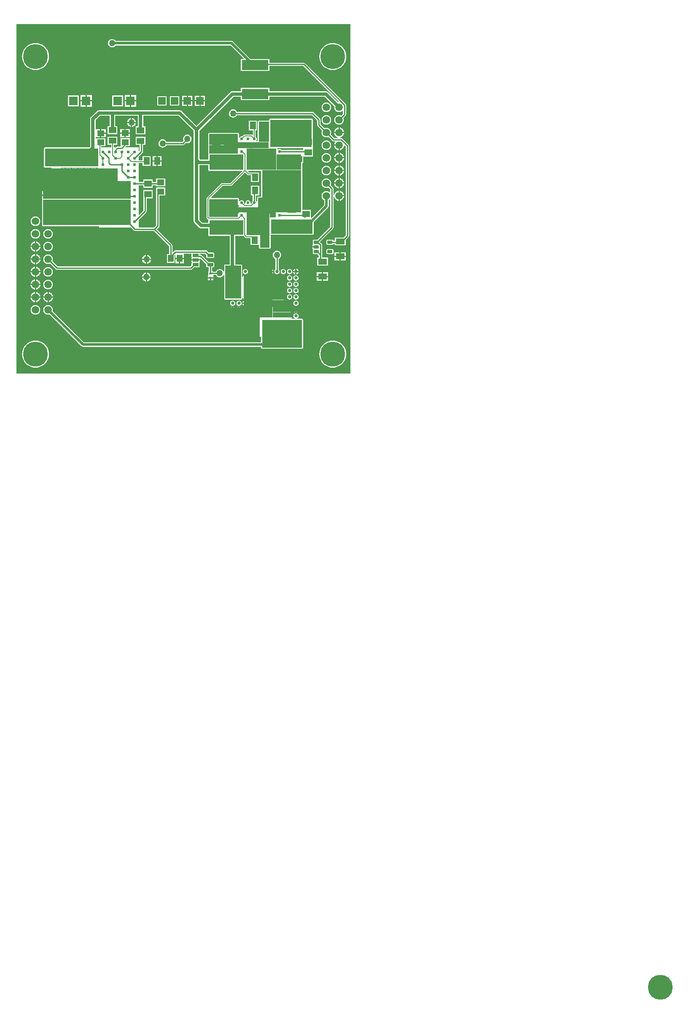
<source format=gbr>
%TF.GenerationSoftware,Altium Limited,Altium Designer,18.0.12 (696)*%
G04 Layer_Physical_Order=1*
G04 Layer_Color=255*
%FSLAX26Y26*%
%MOIN*%
%TF.FileFunction,Copper,L1,Top,Signal*%
%TF.Part,Single*%
G01*
G75*
%TA.AperFunction,SMDPad,CuDef*%
%ADD10R,0.057087X0.045276*%
%ADD11R,0.059055X0.049213*%
%TA.AperFunction,BGAPad,CuDef*%
%ADD12C,0.025000*%
%TA.AperFunction,SMDPad,CuDef*%
%ADD13R,0.106299X0.045276*%
%ADD14R,0.070866X0.045276*%
%ADD15R,0.208661X0.078740*%
G04:AMPARAMS|DCode=16|XSize=23.622mil|YSize=39.37mil|CornerRadius=2.008mil|HoleSize=0mil|Usage=FLASHONLY|Rotation=90.000|XOffset=0mil|YOffset=0mil|HoleType=Round|Shape=RoundedRectangle|*
%AMROUNDEDRECTD16*
21,1,0.023622,0.035354,0,0,90.0*
21,1,0.019606,0.039370,0,0,90.0*
1,1,0.004016,0.017677,0.009803*
1,1,0.004016,0.017677,-0.009803*
1,1,0.004016,-0.017677,-0.009803*
1,1,0.004016,-0.017677,0.009803*
%
%ADD16ROUNDEDRECTD16*%
%ADD17R,0.049213X0.059055*%
%TA.AperFunction,BGAPad,CuDef*%
%ADD18C,0.023622*%
%TA.AperFunction,SMDPad,CuDef*%
G04:AMPARAMS|DCode=19|XSize=25.591mil|YSize=47.244mil|CornerRadius=1.919mil|HoleSize=0mil|Usage=FLASHONLY|Rotation=90.000|XOffset=0mil|YOffset=0mil|HoleType=Round|Shape=RoundedRectangle|*
%AMROUNDEDRECTD19*
21,1,0.025591,0.043406,0,0,90.0*
21,1,0.021752,0.047244,0,0,90.0*
1,1,0.003839,0.021703,0.010876*
1,1,0.003839,0.021703,-0.010876*
1,1,0.003839,-0.021703,-0.010876*
1,1,0.003839,-0.021703,0.010876*
%
%ADD19ROUNDEDRECTD19*%
%ADD20R,0.021654X0.017716*%
%ADD21R,0.045276X0.057087*%
%TA.AperFunction,BGAPad,CuDef*%
%ADD22R,0.024803X0.024803*%
%TA.AperFunction,Conductor*%
%ADD23C,0.027559*%
%ADD24C,0.019685*%
%ADD25C,0.010000*%
%ADD26C,0.005039*%
%ADD27C,0.005906*%
%ADD28R,0.325000X0.115000*%
%ADD29R,0.109000X0.198000*%
%ADD30R,0.162000X0.054000*%
%ADD31R,0.157000X0.043000*%
%ADD32R,0.251000X0.043000*%
%ADD33R,0.186000X0.080000*%
%ADD34R,0.230000X0.337000*%
%ADD35R,0.276000X0.278000*%
%ADD36R,0.315000X0.221000*%
%ADD37R,0.125000X0.261000*%
%ADD38R,0.692000X0.139000*%
%ADD39R,0.575000X0.103401*%
%ADD40R,0.330000X0.216000*%
%ADD41R,0.355000X0.050000*%
%ADD42R,0.080000X0.160000*%
%ADD43R,0.237000X0.170000*%
%ADD44R,0.195000X0.120000*%
%ADD45R,0.269000X0.120000*%
%ADD46R,0.225000X0.090000*%
%ADD47R,0.225000X0.065000*%
%ADD48R,0.225000X0.052000*%
%ADD49R,0.268000X0.117000*%
%ADD50R,0.182000X0.180000*%
%ADD51R,0.085000X0.125000*%
%ADD52R,0.245000X0.040000*%
%ADD53R,0.255000X0.115000*%
%ADD54R,0.050000X0.040000*%
%ADD55R,0.695000X0.199000*%
%ADD56R,0.424000X0.143000*%
%ADD57R,0.075000X0.099000*%
%ADD58R,0.308000X0.223000*%
%TA.AperFunction,ViaPad*%
%ADD59C,0.019685*%
%TA.AperFunction,ComponentPad*%
%ADD60R,0.070866X0.070866*%
%ADD61R,0.060000X0.060000*%
%ADD62C,0.059055*%
%TA.AperFunction,ViaPad*%
%ADD63C,0.196850*%
%ADD64C,0.050000*%
%ADD65C,0.013780*%
G36*
X2489260Y-154472D02*
X-150740D01*
Y2605528D01*
X2489260D01*
Y-154472D01*
D02*
G37*
%LPC*%
G36*
X2350000Y2456628D02*
X2333320Y2455315D01*
X2317050Y2451409D01*
X2301592Y2445006D01*
X2287326Y2436264D01*
X2274603Y2425397D01*
X2263736Y2412674D01*
X2254994Y2398408D01*
X2248591Y2382950D01*
X2244685Y2366680D01*
X2243372Y2350000D01*
X2244685Y2333320D01*
X2248591Y2317050D01*
X2254994Y2301592D01*
X2263736Y2287326D01*
X2274603Y2274603D01*
X2287326Y2263736D01*
X2301592Y2254994D01*
X2317050Y2248591D01*
X2333320Y2244685D01*
X2350000Y2243372D01*
X2366680Y2244685D01*
X2382950Y2248591D01*
X2398408Y2254994D01*
X2412674Y2263736D01*
X2425397Y2274603D01*
X2436264Y2287326D01*
X2445006Y2301592D01*
X2451409Y2317050D01*
X2455315Y2333320D01*
X2456628Y2350000D01*
X2455315Y2366680D01*
X2451409Y2382950D01*
X2445006Y2398408D01*
X2436264Y2412674D01*
X2425397Y2425397D01*
X2412674Y2436264D01*
X2398408Y2445006D01*
X2382950Y2451409D01*
X2366680Y2455315D01*
X2350000Y2456628D01*
D02*
G37*
G36*
X0D02*
X-16680Y2455315D01*
X-32950Y2451409D01*
X-48408Y2445006D01*
X-62674Y2436264D01*
X-75397Y2425397D01*
X-86264Y2412674D01*
X-95006Y2398408D01*
X-101409Y2382950D01*
X-105315Y2366680D01*
X-106628Y2350000D01*
X-105315Y2333320D01*
X-101409Y2317050D01*
X-95006Y2301592D01*
X-86264Y2287326D01*
X-75397Y2274603D01*
X-62674Y2263736D01*
X-48408Y2254994D01*
X-32950Y2248591D01*
X-16680Y2244685D01*
X0Y2243372D01*
X16680Y2244685D01*
X32950Y2248591D01*
X48408Y2254994D01*
X62674Y2263736D01*
X75397Y2274603D01*
X86264Y2287326D01*
X95006Y2301592D01*
X101409Y2317050D01*
X105315Y2333320D01*
X106628Y2350000D01*
X105315Y2366680D01*
X101409Y2382950D01*
X95006Y2398408D01*
X86264Y2412674D01*
X75397Y2425397D01*
X62674Y2436264D01*
X48408Y2445006D01*
X32950Y2451409D01*
X16680Y2455315D01*
X0Y2456628D01*
D02*
G37*
G36*
X1340000Y2040000D02*
X1305000D01*
Y2005000D01*
X1340000D01*
Y2040000D01*
D02*
G37*
G36*
X1240000D02*
X1205000D01*
Y2005000D01*
X1240000D01*
Y2040000D01*
D02*
G37*
G36*
X795433Y2045433D02*
X755000D01*
Y2005000D01*
X795433D01*
Y2045433D01*
D02*
G37*
G36*
X445433D02*
X405000D01*
Y2005000D01*
X445433D01*
Y2045433D01*
D02*
G37*
G36*
X1295000Y2040000D02*
X1260000D01*
Y2005000D01*
X1295000D01*
Y2040000D01*
D02*
G37*
G36*
X1195000D02*
X1160000D01*
Y2005000D01*
X1195000D01*
Y2040000D01*
D02*
G37*
G36*
X745000Y2045433D02*
X704567D01*
Y2005000D01*
X745000D01*
Y2045433D01*
D02*
G37*
G36*
X395000D02*
X354567D01*
Y2005000D01*
X395000D01*
Y2045433D01*
D02*
G37*
G36*
X605000Y2488158D02*
X596418Y2487028D01*
X588421Y2483715D01*
X581554Y2478446D01*
X576285Y2471579D01*
X572972Y2463582D01*
X571842Y2455000D01*
X572972Y2446418D01*
X576285Y2438421D01*
X581554Y2431554D01*
X588421Y2426285D01*
X596418Y2422972D01*
X605000Y2421842D01*
X613582Y2422972D01*
X621579Y2426285D01*
X628446Y2431554D01*
X632576Y2436936D01*
X1543518D01*
X1645418Y2335037D01*
X1643504Y2330417D01*
X1623795D01*
Y2235929D01*
X1848205D01*
Y2275047D01*
X2116355D01*
X2396479Y1994923D01*
X2394848Y1989482D01*
X2392271Y1988951D01*
X2310785Y2070438D01*
X2303622Y2075224D01*
X2295173Y2076905D01*
X1848205D01*
Y2102071D01*
X1623795D01*
Y2076905D01*
X1555827D01*
X1547378Y2075224D01*
X1540216Y2070438D01*
X1272996Y1803219D01*
X1156604Y1919611D01*
X1149441Y1924397D01*
X1140993Y1926078D01*
X502000D01*
X493551Y1924397D01*
X486389Y1919611D01*
X438286Y1871509D01*
X433500Y1864346D01*
X431820Y1855898D01*
Y1638042D01*
X426806Y1633028D01*
X75000D01*
X71928Y1632417D01*
X69323Y1630677D01*
X67583Y1628072D01*
X66972Y1625000D01*
Y1482000D01*
X67583Y1478928D01*
X69323Y1476323D01*
X71928Y1474583D01*
X75000Y1473972D01*
X122188D01*
X126457Y1472205D01*
X126457Y1468972D01*
Y1444567D01*
X165000D01*
X203543D01*
Y1468972D01*
X203543Y1472205D01*
X207811Y1473972D01*
X494706D01*
X498333Y1468972D01*
X498146Y1468401D01*
X488000D01*
Y1446000D01*
Y1423599D01*
X504000D01*
Y1418401D01*
X488000D01*
Y1396000D01*
Y1373599D01*
X504000D01*
Y1368401D01*
X488000D01*
Y1346000D01*
Y1323599D01*
X504000D01*
Y1318401D01*
X488000D01*
Y1296000D01*
Y1273599D01*
X504000D01*
Y1268401D01*
X488000D01*
Y1246000D01*
X483000D01*
Y1241000D01*
X460599D01*
Y1226028D01*
X455401D01*
Y1241000D01*
X410599D01*
Y1226028D01*
X405401D01*
Y1241000D01*
X360599D01*
Y1226028D01*
X355401D01*
Y1241000D01*
X310599D01*
Y1226028D01*
X305401D01*
Y1241000D01*
X260599D01*
Y1226028D01*
X255401D01*
Y1241000D01*
X210599D01*
Y1226028D01*
X203543D01*
Y1250433D01*
X165000D01*
Y1255433D01*
X160000D01*
Y1288071D01*
X95000D01*
Y1255433D01*
X90000D01*
Y1250433D01*
X51457D01*
Y1222795D01*
X51457Y1222795D01*
X51457D01*
X51972Y1218000D01*
Y1019000D01*
X52583Y1015928D01*
X54323Y1013323D01*
X56928Y1011583D01*
X60000Y1010972D01*
X504000D01*
Y999000D01*
X756437D01*
X777718Y977718D01*
X781977Y974873D01*
X787000Y973874D01*
X935563D01*
X1055441Y853996D01*
Y791417D01*
X1038055D01*
Y718583D01*
X1099079D01*
Y782177D01*
X1102223Y784733D01*
X1106795Y782749D01*
Y760000D01*
X1139433D01*
X1172071D01*
Y793543D01*
X1176905Y793945D01*
X1232873D01*
X1234241Y792278D01*
Y770526D01*
X1235001Y766704D01*
X1236691Y764176D01*
X1235633Y763469D01*
X1232999Y759527D01*
X1232074Y754876D01*
Y749000D01*
X1265929D01*
X1299785D01*
Y752424D01*
X1304785Y754495D01*
X1350383Y708896D01*
Y695722D01*
X1351143Y691901D01*
X1353307Y688662D01*
X1356547Y686497D01*
X1360368Y685737D01*
X1371157D01*
Y654449D01*
X1365299D01*
Y621142D01*
X1363173D01*
Y607284D01*
X1384000D01*
X1404827D01*
Y621142D01*
X1407023Y625232D01*
X1427120D01*
X1428285Y622421D01*
X1433554Y615554D01*
X1440421Y610285D01*
X1448418Y606972D01*
X1457000Y605842D01*
X1465582Y606972D01*
X1473579Y610285D01*
X1480446Y615554D01*
X1485715Y622421D01*
X1486972Y625454D01*
X1491972Y624460D01*
Y439000D01*
X1492583Y435928D01*
X1494323Y433323D01*
X1496928Y431583D01*
X1500000Y430972D01*
X1625000D01*
X1628072Y431583D01*
X1630677Y433323D01*
X1632417Y435928D01*
X1633028Y439000D01*
Y439992D01*
X1637664Y442936D01*
X1638028Y442887D01*
X1642778Y435778D01*
X1650221Y430805D01*
X1656537Y429549D01*
Y424451D01*
X1650221Y423195D01*
X1642778Y418222D01*
X1637805Y410779D01*
X1637054Y407000D01*
X1659000D01*
Y397000D01*
X1637054D01*
X1637805Y393221D01*
X1642778Y385778D01*
X1650221Y380805D01*
X1656537Y379549D01*
Y374451D01*
X1650221Y373195D01*
X1642778Y368222D01*
X1637805Y360779D01*
X1636549Y354462D01*
X1631451D01*
X1630195Y360779D01*
X1625222Y368222D01*
X1617779Y373195D01*
X1614000Y373946D01*
Y352000D01*
X1604000D01*
Y373946D01*
X1600221Y373195D01*
X1592778Y368222D01*
X1587805Y360779D01*
X1586549Y354462D01*
X1581451D01*
X1580195Y360779D01*
X1575222Y368222D01*
X1567779Y373195D01*
X1564000Y373946D01*
Y352000D01*
X1559000D01*
Y347000D01*
X1537054D01*
X1537805Y343221D01*
X1542778Y335778D01*
X1550221Y330805D01*
X1556537Y329549D01*
Y324451D01*
X1550221Y323195D01*
X1542778Y318222D01*
X1537805Y310779D01*
X1537054Y307000D01*
X1559000D01*
Y297000D01*
X1537054D01*
X1537805Y293221D01*
X1542778Y285778D01*
X1550221Y280805D01*
X1556537Y279549D01*
Y274451D01*
X1550221Y273195D01*
X1542778Y268222D01*
X1537805Y260779D01*
X1537054Y257000D01*
X1559000D01*
Y247000D01*
X1537054D01*
X1537805Y243221D01*
X1542778Y235778D01*
X1550221Y230805D01*
X1556537Y229549D01*
Y224451D01*
X1550221Y223195D01*
X1542778Y218222D01*
X1537805Y210779D01*
X1537054Y207000D01*
X1559000D01*
Y197000D01*
X1537054D01*
X1537805Y193221D01*
X1542778Y185778D01*
X1550221Y180805D01*
X1556537Y179549D01*
Y174451D01*
X1550221Y173195D01*
X1542778Y168222D01*
X1537805Y160779D01*
X1537054Y157000D01*
X1559000D01*
Y152000D01*
X1564000D01*
Y130054D01*
X1567779Y130805D01*
X1575222Y135778D01*
X1580195Y143221D01*
X1581451Y149537D01*
X1586549D01*
X1587805Y143221D01*
X1592778Y135778D01*
X1600221Y130805D01*
X1604000Y130054D01*
Y152000D01*
X1614000D01*
Y130054D01*
X1617779Y130805D01*
X1625222Y135778D01*
X1630195Y143221D01*
X1631451Y149537D01*
X1636549D01*
X1637805Y143221D01*
X1642778Y135778D01*
X1650221Y130805D01*
X1654000Y130054D01*
Y152000D01*
X1664000D01*
Y130054D01*
X1667779Y130805D01*
X1675222Y135778D01*
X1680195Y143221D01*
X1681451Y149537D01*
X1686549D01*
X1687805Y143221D01*
X1692778Y135778D01*
X1700221Y130805D01*
X1704000Y130054D01*
Y152000D01*
X1714000D01*
Y130054D01*
X1717779Y130805D01*
X1725222Y135778D01*
X1730195Y143221D01*
X1731451Y149537D01*
X1736549D01*
X1737805Y143221D01*
X1742778Y135778D01*
X1750221Y130805D01*
X1754000Y130054D01*
Y152000D01*
X1764000D01*
Y130054D01*
X1767779Y130805D01*
X1775222Y135778D01*
X1778972Y141391D01*
X1783972Y139874D01*
Y93064D01*
X382482D01*
X136108Y339438D01*
X136439Y340236D01*
X137724Y350000D01*
X136439Y359764D01*
X132670Y368862D01*
X126675Y376675D01*
X118862Y382670D01*
X109764Y386439D01*
X100000Y387724D01*
X90236Y386439D01*
X81138Y382670D01*
X73325Y376675D01*
X67330Y368862D01*
X63561Y359764D01*
X62276Y350000D01*
X63561Y340236D01*
X67330Y331138D01*
X73325Y323325D01*
X81138Y317330D01*
X90236Y313561D01*
X100000Y312276D01*
X109764Y313561D01*
X110562Y313892D01*
X362227Y62227D01*
X368087Y58311D01*
X375000Y56936D01*
X1783972D01*
Y50000D01*
X1784583Y46928D01*
X1786323Y44323D01*
X1788928Y42583D01*
X1792000Y41972D01*
X2107000D01*
X2110072Y42583D01*
X2112677Y44323D01*
X2114417Y46928D01*
X2115028Y50000D01*
Y271000D01*
X2114417Y274072D01*
X2112677Y276677D01*
X2110072Y278417D01*
X2107000Y279028D01*
X2070293D01*
X2068776Y284028D01*
X2073689Y287311D01*
X2078192Y294050D01*
X2079773Y302000D01*
X2078192Y309950D01*
X2073689Y316689D01*
X2066950Y321192D01*
X2059000Y322773D01*
X2051050Y321192D01*
X2044311Y316689D01*
X2039808Y309950D01*
X2038227Y302000D01*
X2039808Y294050D01*
X2044311Y287311D01*
X2049224Y284028D01*
X2047707Y279028D01*
X2024119D01*
X2022602Y284028D01*
X2025222Y285778D01*
X2030195Y293221D01*
X2030946Y297000D01*
X2009000D01*
Y307000D01*
X2030946D01*
X2030195Y310779D01*
X2025222Y318222D01*
X2017779Y323195D01*
X2011463Y324451D01*
Y329549D01*
X2017779Y330805D01*
X2025222Y335778D01*
X2030195Y343221D01*
X2031451Y349538D01*
X2036549D01*
X2037805Y343221D01*
X2042778Y335778D01*
X2050221Y330805D01*
X2054000Y330054D01*
Y352000D01*
Y373946D01*
X2050221Y373195D01*
X2042778Y368222D01*
X2037805Y360779D01*
X2036549Y354462D01*
X2031451D01*
X2030195Y360779D01*
X2025222Y368222D01*
X2017779Y373195D01*
X2011463Y374451D01*
Y379549D01*
X2017779Y380805D01*
X2025222Y385778D01*
X2030195Y393221D01*
X2030946Y397000D01*
X2009000D01*
Y402000D01*
X2004000D01*
Y423946D01*
X2000221Y423195D01*
X1992778Y418222D01*
X1987805Y410779D01*
X1986549Y404462D01*
X1981451D01*
X1980195Y410779D01*
X1975222Y418222D01*
X1967779Y423195D01*
X1961463Y424451D01*
Y429549D01*
X1967779Y430805D01*
X1975222Y435778D01*
X1980195Y443221D01*
X1980946Y447000D01*
X1959000D01*
Y457000D01*
X1980946D01*
X1980195Y460779D01*
X1975222Y468222D01*
X1967779Y473195D01*
X1961463Y474451D01*
Y479549D01*
X1967779Y480805D01*
X1975222Y485778D01*
X1980195Y493221D01*
X1980946Y497000D01*
X1959000D01*
Y507000D01*
X1980946D01*
X1980195Y510779D01*
X1975222Y518222D01*
X1967779Y523194D01*
X1961463Y524451D01*
Y529549D01*
X1967779Y530806D01*
X1975222Y535778D01*
X1980195Y543221D01*
X1980946Y547000D01*
X1959000D01*
Y557000D01*
X1980946D01*
X1980195Y560779D01*
X1975222Y568222D01*
X1967779Y573194D01*
X1961463Y574451D01*
Y579549D01*
X1967779Y580806D01*
X1975222Y585778D01*
X1980195Y593221D01*
X1980946Y597000D01*
X1959000D01*
Y602000D01*
X1954000D01*
Y623946D01*
X1950221Y623194D01*
X1942778Y618222D01*
X1937805Y610779D01*
X1936549Y604462D01*
X1931451D01*
X1930195Y610779D01*
X1925222Y618222D01*
X1917779Y623194D01*
X1914000Y623946D01*
Y602000D01*
X1904000D01*
Y623946D01*
X1900221Y623194D01*
X1892778Y618222D01*
X1887805Y610779D01*
X1886549Y604462D01*
X1881451D01*
X1880195Y610779D01*
X1875222Y618222D01*
X1867779Y623194D01*
X1861463Y624451D01*
Y629549D01*
X1867779Y630806D01*
X1875222Y635778D01*
X1880195Y643221D01*
X1880946Y647000D01*
X1859000D01*
Y652000D01*
X1854000D01*
Y673946D01*
X1850221Y673194D01*
X1842778Y668222D01*
X1837805Y660779D01*
X1836549Y654462D01*
X1831451D01*
X1830195Y660779D01*
X1825222Y668222D01*
X1817779Y673194D01*
X1814000Y673946D01*
Y652000D01*
X1804000D01*
Y673946D01*
X1800221Y673194D01*
X1792778Y668222D01*
X1787805Y660779D01*
X1786549Y654462D01*
X1781451D01*
X1780195Y660779D01*
X1775222Y668222D01*
X1767779Y673194D01*
X1764000Y673946D01*
Y652000D01*
X1754000D01*
Y673946D01*
X1750221Y673194D01*
X1742778Y668222D01*
X1737805Y660779D01*
X1736549Y654462D01*
X1731451D01*
X1730195Y660779D01*
X1725222Y668222D01*
X1717779Y673194D01*
X1714000Y673946D01*
Y652000D01*
X1709000D01*
Y647000D01*
X1687054D01*
X1687805Y643221D01*
X1692778Y635778D01*
X1700221Y630806D01*
X1706537Y629549D01*
Y624451D01*
X1700221Y623194D01*
X1692778Y618222D01*
X1687805Y610779D01*
X1686549Y604462D01*
X1681451D01*
X1680195Y610779D01*
X1675222Y618222D01*
X1667779Y623194D01*
X1664000Y623946D01*
Y602000D01*
X1654000D01*
Y623946D01*
X1650221Y623194D01*
X1642778Y618222D01*
X1638028Y611113D01*
X1637664Y611064D01*
X1633028Y614008D01*
Y700000D01*
X1632417Y703072D01*
X1630677Y705677D01*
X1628072Y707417D01*
X1625000Y708028D01*
X1579078D01*
Y931972D01*
X1643000D01*
X1645127Y932395D01*
X1646021Y931056D01*
X1658308Y918769D01*
X1661889Y916376D01*
X1666114Y915536D01*
X1701181D01*
Y862598D01*
X1766142D01*
X1766972Y857942D01*
Y841000D01*
X1767583Y837928D01*
X1769323Y835323D01*
X1771928Y833583D01*
X1775000Y832972D01*
X1850000D01*
X1853072Y833583D01*
X1855677Y835323D01*
X1857417Y837928D01*
X1858028Y841000D01*
Y939175D01*
X1860085Y940972D01*
X1863028Y942364D01*
X1865000Y941972D01*
X2190000D01*
X2193072Y942583D01*
X2195677Y944323D01*
X2197417Y946928D01*
X2198028Y950000D01*
Y1041223D01*
X2312773Y1155967D01*
X2316689Y1161828D01*
X2318064Y1168740D01*
Y1216999D01*
X2318862Y1217330D01*
X2324275Y1221484D01*
X2329275Y1219018D01*
Y1004949D01*
X2228796Y904469D01*
X2201929D01*
X2198073Y903702D01*
X2194805Y901518D01*
X2192620Y898250D01*
X2191854Y894394D01*
Y874788D01*
X2192620Y870932D01*
X2194805Y867663D01*
X2193450Y865769D01*
X2193272Y865649D01*
X2190618Y861678D01*
X2189686Y856992D01*
Y852189D01*
X2219606D01*
Y842189D01*
X2189686D01*
Y837386D01*
X2190618Y832701D01*
X2193272Y828729D01*
X2193450Y828610D01*
X2194805Y826715D01*
X2192620Y823447D01*
X2191854Y819591D01*
Y799985D01*
X2192620Y796129D01*
X2194805Y792860D01*
X2198073Y790676D01*
X2201929Y789909D01*
X2228795D01*
X2228960Y789745D01*
X2229108Y789002D01*
X2231953Y784744D01*
X2238718Y777978D01*
X2239039Y777764D01*
Y761756D01*
X2225433D01*
Y700732D01*
X2312047D01*
Y761756D01*
X2265291D01*
Y863157D01*
X2264292Y868180D01*
X2261447Y872438D01*
X2252729Y881156D01*
X2250901Y882377D01*
X2249907Y888285D01*
X2249992Y888540D01*
X2351683Y990231D01*
X2354529Y994489D01*
X2355528Y999512D01*
Y1246661D01*
X2360528Y1246989D01*
X2361490Y1239681D01*
X2365473Y1230066D01*
X2371809Y1221809D01*
X2380066Y1215473D01*
X2389681Y1211490D01*
X2395000Y1210790D01*
Y1250000D01*
Y1289210D01*
X2389681Y1288510D01*
X2380066Y1284527D01*
X2371809Y1278191D01*
X2365473Y1269934D01*
X2361490Y1260319D01*
X2360528Y1253011D01*
X2355528Y1253339D01*
Y1307598D01*
X2354529Y1312622D01*
X2351683Y1316880D01*
X2334063Y1334500D01*
X2336439Y1340236D01*
X2337724Y1350000D01*
X2336439Y1359764D01*
X2332670Y1368862D01*
X2326675Y1376675D01*
X2318862Y1382670D01*
X2309764Y1386439D01*
X2300000Y1387724D01*
X2290236Y1386439D01*
X2281138Y1382670D01*
X2273325Y1376675D01*
X2267330Y1368862D01*
X2263561Y1359764D01*
X2262276Y1350000D01*
X2263561Y1340236D01*
X2267330Y1331138D01*
X2273325Y1323325D01*
X2281138Y1317330D01*
X2290236Y1313561D01*
X2300000Y1312276D01*
X2309764Y1313561D01*
X2315500Y1315937D01*
X2329275Y1302161D01*
Y1280982D01*
X2324275Y1278516D01*
X2318862Y1282670D01*
X2309764Y1286439D01*
X2300000Y1287724D01*
X2290236Y1286439D01*
X2281138Y1282670D01*
X2273325Y1276675D01*
X2267330Y1268862D01*
X2263561Y1259764D01*
X2262276Y1250000D01*
X2263561Y1240236D01*
X2267330Y1231138D01*
X2273325Y1223325D01*
X2281138Y1217330D01*
X2281936Y1216999D01*
Y1176222D01*
X2182401Y1076688D01*
X2177401Y1078759D01*
Y1138819D01*
X2108028D01*
Y1235000D01*
Y1456000D01*
Y1510433D01*
X2116024D01*
Y1556833D01*
X2117599Y1561181D01*
X2192401D01*
Y1626141D01*
X2192402Y1626142D01*
X2192402D01*
X2191892Y1631142D01*
X2192417Y1631928D01*
X2193028Y1635000D01*
Y1851000D01*
X2192417Y1854072D01*
X2190677Y1856677D01*
X2188072Y1858417D01*
X2185000Y1859028D01*
X1855000D01*
X1851928Y1858417D01*
X1849323Y1856677D01*
X1847583Y1854072D01*
X1846972Y1851000D01*
Y1844647D01*
X1845000Y1843028D01*
X1765000D01*
X1761928Y1842417D01*
X1759323Y1840677D01*
X1757583Y1838072D01*
X1756972Y1835000D01*
Y1683028D01*
X1748347D01*
X1745676Y1688028D01*
X1748543Y1692319D01*
X1750071Y1700000D01*
X1748543Y1707681D01*
X1744192Y1714192D01*
X1741039Y1716299D01*
Y1767599D01*
X1751142D01*
Y1842401D01*
X1686181D01*
Y1767599D01*
X1718961D01*
Y1733081D01*
X1713961Y1731250D01*
X1711587Y1732836D01*
X1707362Y1733677D01*
X1652638D01*
X1648413Y1732836D01*
X1644832Y1730443D01*
X1633720Y1719331D01*
X1630000Y1720071D01*
X1622319Y1718543D01*
X1615808Y1714192D01*
X1613028Y1710032D01*
X1608028Y1711549D01*
Y1740000D01*
X1607417Y1743072D01*
X1605677Y1745677D01*
X1603072Y1747417D01*
X1600000Y1748028D01*
X1375000D01*
X1371928Y1747417D01*
X1369323Y1745677D01*
X1367583Y1743072D01*
X1366972Y1740000D01*
Y1650000D01*
Y1585000D01*
X1367583Y1581928D01*
X1368871Y1580000D01*
X1367583Y1578072D01*
X1366972Y1575000D01*
Y1535975D01*
X1302247D01*
X1295078Y1543145D01*
Y1762855D01*
X1564972Y2032749D01*
X1623795D01*
Y2007583D01*
X1848205D01*
Y2032749D01*
X2286028D01*
X2363032Y1955745D01*
X2362276Y1950000D01*
X2363561Y1940236D01*
X2367330Y1931138D01*
X2373325Y1923325D01*
X2381138Y1917330D01*
X2390236Y1913561D01*
X2400000Y1912276D01*
X2409764Y1913561D01*
X2418862Y1917330D01*
X2424275Y1921484D01*
X2429275Y1919018D01*
Y1897839D01*
X2415500Y1884063D01*
X2409764Y1886439D01*
X2400000Y1887724D01*
X2390236Y1886439D01*
X2381138Y1882670D01*
X2373325Y1876675D01*
X2367330Y1868862D01*
X2363561Y1859764D01*
X2362276Y1850000D01*
X2363561Y1840236D01*
X2367330Y1831138D01*
X2373325Y1823325D01*
X2381138Y1817330D01*
X2390236Y1813561D01*
X2400000Y1812276D01*
X2409764Y1813561D01*
X2418862Y1817330D01*
X2426675Y1823325D01*
X2432670Y1831138D01*
X2436439Y1840236D01*
X2437724Y1850000D01*
X2436439Y1859764D01*
X2434063Y1865500D01*
X2451683Y1883120D01*
X2454529Y1887378D01*
X2455528Y1892402D01*
Y1967563D01*
X2454529Y1972586D01*
X2451683Y1976845D01*
X2131073Y2297455D01*
X2126815Y2300300D01*
X2121792Y2301299D01*
X1848205D01*
Y2330417D01*
X1701129D01*
X1563773Y2467773D01*
X1557913Y2471689D01*
X1551000Y2473064D01*
X632576D01*
X628446Y2478446D01*
X621579Y2483715D01*
X613582Y2487028D01*
X605000Y2488158D01*
D02*
G37*
G36*
X1137874Y2037874D02*
X1062126D01*
Y1962126D01*
X1137874D01*
Y2037874D01*
D02*
G37*
G36*
X1037874D02*
X962126D01*
Y1962126D01*
X1037874D01*
Y2037874D01*
D02*
G37*
G36*
X1340000Y1995000D02*
X1305000D01*
Y1960000D01*
X1340000D01*
Y1995000D01*
D02*
G37*
G36*
X1295000D02*
X1260000D01*
Y1960000D01*
X1295000D01*
Y1995000D01*
D02*
G37*
G36*
X1240000D02*
X1205000D01*
Y1960000D01*
X1240000D01*
Y1995000D01*
D02*
G37*
G36*
X1195000D02*
X1160000D01*
Y1960000D01*
X1195000D01*
Y1995000D01*
D02*
G37*
G36*
X693307Y2043307D02*
X606693D01*
Y1956693D01*
X693307D01*
Y2043307D01*
D02*
G37*
G36*
X343307D02*
X256693D01*
Y1956693D01*
X343307D01*
Y2043307D01*
D02*
G37*
G36*
X795433Y1995000D02*
X755000D01*
Y1954567D01*
X795433D01*
Y1995000D01*
D02*
G37*
G36*
X745000D02*
X704567D01*
Y1954567D01*
X745000D01*
Y1995000D01*
D02*
G37*
G36*
X445433D02*
X405000D01*
Y1954567D01*
X445433D01*
Y1995000D01*
D02*
G37*
G36*
X395000D02*
X354567D01*
Y1954567D01*
X395000D01*
Y1995000D01*
D02*
G37*
G36*
X2300000Y1987724D02*
X2290236Y1986439D01*
X2281138Y1982670D01*
X2273325Y1976675D01*
X2267330Y1968862D01*
X2263561Y1959764D01*
X2262276Y1950000D01*
X2263561Y1940236D01*
X2267330Y1931138D01*
X2273325Y1923325D01*
X2281138Y1917330D01*
X2290236Y1913561D01*
X2300000Y1912276D01*
X2309764Y1913561D01*
X2318862Y1917330D01*
X2326675Y1923325D01*
X2332670Y1931138D01*
X2336439Y1940236D01*
X2337724Y1950000D01*
X2336439Y1959764D01*
X2332670Y1968862D01*
X2326675Y1976675D01*
X2318862Y1982670D01*
X2309764Y1986439D01*
X2300000Y1987724D01*
D02*
G37*
G36*
Y1887724D02*
X2290236Y1886439D01*
X2281138Y1882670D01*
X2273325Y1876675D01*
X2267330Y1868862D01*
X2263561Y1859764D01*
X2262276Y1850000D01*
X2263561Y1840236D01*
X2267330Y1831138D01*
X2273325Y1823325D01*
X2281138Y1817330D01*
X2290236Y1813561D01*
X2300000Y1812276D01*
X2309764Y1813561D01*
X2318862Y1817330D01*
X2326675Y1823325D01*
X2332670Y1831138D01*
X2336439Y1840236D01*
X2337724Y1850000D01*
X2336439Y1859764D01*
X2332670Y1868862D01*
X2326675Y1876675D01*
X2318862Y1882670D01*
X2309764Y1886439D01*
X2300000Y1887724D01*
D02*
G37*
G36*
X2405000Y1789210D02*
Y1755000D01*
X2439210D01*
X2438510Y1760319D01*
X2434527Y1769934D01*
X2428191Y1778191D01*
X2419934Y1784527D01*
X2410319Y1788510D01*
X2405000Y1789210D01*
D02*
G37*
G36*
X2395000D02*
X2389681Y1788510D01*
X2380066Y1784527D01*
X2371809Y1778191D01*
X2365473Y1769934D01*
X2361490Y1760319D01*
X2360790Y1755000D01*
X2395000D01*
Y1789210D01*
D02*
G37*
G36*
X2300000Y1687724D02*
X2290236Y1686439D01*
X2281138Y1682670D01*
X2273325Y1676675D01*
X2267330Y1668862D01*
X2263561Y1659764D01*
X2262276Y1650000D01*
X2263561Y1640236D01*
X2267330Y1631138D01*
X2273325Y1623325D01*
X2281138Y1617330D01*
X2290236Y1613561D01*
X2300000Y1612276D01*
X2309764Y1613561D01*
X2318862Y1617330D01*
X2326675Y1623325D01*
X2332670Y1631138D01*
X2336439Y1640236D01*
X2337724Y1650000D01*
X2336439Y1659764D01*
X2332670Y1668862D01*
X2326675Y1676675D01*
X2318862Y1682670D01*
X2309764Y1686439D01*
X2300000Y1687724D01*
D02*
G37*
G36*
X2395000Y1645000D02*
X2360790D01*
X2361490Y1639681D01*
X2365473Y1630066D01*
X2371809Y1621809D01*
X2380066Y1615473D01*
X2389681Y1611490D01*
X2395000Y1610790D01*
Y1645000D01*
D02*
G37*
G36*
X2405000Y1589210D02*
Y1555000D01*
X2439210D01*
X2438510Y1560319D01*
X2434527Y1569934D01*
X2428191Y1578191D01*
X2419934Y1584527D01*
X2410319Y1588510D01*
X2405000Y1589210D01*
D02*
G37*
G36*
X2395000D02*
X2389681Y1588510D01*
X2380066Y1584527D01*
X2371809Y1578191D01*
X2365473Y1569934D01*
X2361490Y1560319D01*
X2360790Y1555000D01*
X2395000D01*
Y1589210D01*
D02*
G37*
G36*
X2300000Y1587724D02*
X2290236Y1586439D01*
X2281138Y1582670D01*
X2273325Y1576675D01*
X2267330Y1568862D01*
X2263561Y1559764D01*
X2262276Y1550000D01*
X2263561Y1540236D01*
X2267330Y1531138D01*
X2273325Y1523325D01*
X2281138Y1517330D01*
X2290236Y1513561D01*
X2300000Y1512276D01*
X2309764Y1513561D01*
X2318862Y1517330D01*
X2326675Y1523325D01*
X2332670Y1531138D01*
X2336439Y1540236D01*
X2337724Y1550000D01*
X2336439Y1559764D01*
X2332670Y1568862D01*
X2326675Y1576675D01*
X2318862Y1582670D01*
X2309764Y1586439D01*
X2300000Y1587724D01*
D02*
G37*
G36*
X2439210Y1545000D02*
X2405000D01*
Y1510790D01*
X2410319Y1511490D01*
X2419934Y1515473D01*
X2428191Y1521809D01*
X2434527Y1530066D01*
X2438510Y1539681D01*
X2439210Y1545000D01*
D02*
G37*
G36*
X2395000D02*
X2360790D01*
X2361490Y1539681D01*
X2365473Y1530066D01*
X2371809Y1521809D01*
X2380066Y1515473D01*
X2389681Y1511490D01*
X2395000Y1510790D01*
Y1545000D01*
D02*
G37*
G36*
X2405000Y1489210D02*
Y1455000D01*
X2439210D01*
X2438510Y1460319D01*
X2434527Y1469934D01*
X2428191Y1478191D01*
X2419934Y1484527D01*
X2410319Y1488510D01*
X2405000Y1489210D01*
D02*
G37*
G36*
X2395000D02*
X2389681Y1488510D01*
X2380066Y1484527D01*
X2371809Y1478191D01*
X2365473Y1469934D01*
X2361490Y1460319D01*
X2360790Y1455000D01*
X2395000D01*
Y1489210D01*
D02*
G37*
G36*
X478000Y1468401D02*
X460599D01*
Y1451000D01*
X478000D01*
Y1468401D01*
D02*
G37*
G36*
X455401D02*
X438000D01*
Y1451000D01*
X455401D01*
Y1468401D01*
D02*
G37*
G36*
X428000D02*
X410599D01*
Y1451000D01*
X428000D01*
Y1468401D01*
D02*
G37*
G36*
X405401D02*
X388000D01*
Y1451000D01*
X405401D01*
Y1468401D01*
D02*
G37*
G36*
X378000D02*
X360599D01*
Y1451000D01*
X378000D01*
Y1468401D01*
D02*
G37*
G36*
X355401D02*
X338000D01*
Y1451000D01*
X355401D01*
Y1468401D01*
D02*
G37*
G36*
X328000D02*
X310599D01*
Y1451000D01*
X328000D01*
Y1468401D01*
D02*
G37*
G36*
X305401D02*
X288000D01*
Y1451000D01*
X305401D01*
Y1468401D01*
D02*
G37*
G36*
X278000D02*
X260599D01*
Y1451000D01*
X278000D01*
Y1468401D01*
D02*
G37*
G36*
X255401D02*
X238000D01*
Y1451000D01*
X255401D01*
Y1468401D01*
D02*
G37*
G36*
X228000D02*
X210599D01*
Y1451000D01*
X228000D01*
Y1468401D01*
D02*
G37*
G36*
X478000Y1441000D02*
X460599D01*
Y1423599D01*
X478000D01*
Y1441000D01*
D02*
G37*
G36*
X455401D02*
X438000D01*
Y1423599D01*
X455401D01*
Y1441000D01*
D02*
G37*
G36*
X428000D02*
X410599D01*
Y1423599D01*
X428000D01*
Y1441000D01*
D02*
G37*
G36*
X405401D02*
X388000D01*
Y1423599D01*
X405401D01*
Y1441000D01*
D02*
G37*
G36*
X378000D02*
X360599D01*
Y1423599D01*
X378000D01*
Y1441000D01*
D02*
G37*
G36*
X355401D02*
X338000D01*
Y1423599D01*
X355401D01*
Y1441000D01*
D02*
G37*
G36*
X328000D02*
X310599D01*
Y1423599D01*
X328000D01*
Y1441000D01*
D02*
G37*
G36*
X305401D02*
X288000D01*
Y1423599D01*
X305401D01*
Y1441000D01*
D02*
G37*
G36*
X278000D02*
X260599D01*
Y1423599D01*
X278000D01*
Y1441000D01*
D02*
G37*
G36*
X255401D02*
X238000D01*
Y1423599D01*
X255401D01*
Y1441000D01*
D02*
G37*
G36*
X228000D02*
X210599D01*
Y1423599D01*
X228000D01*
Y1441000D01*
D02*
G37*
G36*
X2300000Y1487724D02*
X2290236Y1486439D01*
X2281138Y1482670D01*
X2273325Y1476675D01*
X2267330Y1468862D01*
X2263561Y1459764D01*
X2262276Y1450000D01*
X2263561Y1440236D01*
X2267330Y1431138D01*
X2273325Y1423325D01*
X2281138Y1417330D01*
X2290236Y1413561D01*
X2300000Y1412276D01*
X2309764Y1413561D01*
X2318862Y1417330D01*
X2326675Y1423325D01*
X2332670Y1431138D01*
X2336439Y1440236D01*
X2337724Y1450000D01*
X2336439Y1459764D01*
X2332670Y1468862D01*
X2326675Y1476675D01*
X2318862Y1482670D01*
X2309764Y1486439D01*
X2300000Y1487724D01*
D02*
G37*
G36*
X2439210Y1445000D02*
X2405000D01*
Y1410790D01*
X2410319Y1411490D01*
X2419934Y1415473D01*
X2428191Y1421809D01*
X2434527Y1430066D01*
X2438510Y1439681D01*
X2439210Y1445000D01*
D02*
G37*
G36*
X2395000D02*
X2360790D01*
X2361490Y1439681D01*
X2365473Y1430066D01*
X2371809Y1421809D01*
X2380066Y1415473D01*
X2389681Y1411490D01*
X2395000Y1410790D01*
Y1445000D01*
D02*
G37*
G36*
X203543Y1434567D02*
X170000D01*
Y1406929D01*
X203543D01*
Y1434567D01*
D02*
G37*
G36*
X160000D02*
X126457D01*
Y1406929D01*
X160000D01*
Y1434567D01*
D02*
G37*
G36*
X478000Y1418401D02*
X460599D01*
Y1401000D01*
X478000D01*
Y1418401D01*
D02*
G37*
G36*
X455401D02*
X438000D01*
Y1401000D01*
X455401D01*
Y1418401D01*
D02*
G37*
G36*
X428000D02*
X410599D01*
Y1401000D01*
X428000D01*
Y1418401D01*
D02*
G37*
G36*
X405401D02*
X388000D01*
Y1401000D01*
X405401D01*
Y1418401D01*
D02*
G37*
G36*
X378000D02*
X360599D01*
Y1401000D01*
X378000D01*
Y1418401D01*
D02*
G37*
G36*
X355401D02*
X338000D01*
Y1401000D01*
X355401D01*
Y1418401D01*
D02*
G37*
G36*
X328000D02*
X310599D01*
Y1401000D01*
X328000D01*
Y1418401D01*
D02*
G37*
G36*
X305401D02*
X288000D01*
Y1401000D01*
X305401D01*
Y1418401D01*
D02*
G37*
G36*
X278000D02*
X260599D01*
Y1401000D01*
X278000D01*
Y1418401D01*
D02*
G37*
G36*
X255401D02*
X238000D01*
Y1401000D01*
X255401D01*
Y1418401D01*
D02*
G37*
G36*
X228000D02*
X210599D01*
Y1401000D01*
X228000D01*
Y1418401D01*
D02*
G37*
G36*
X478000Y1391000D02*
X460599D01*
Y1373599D01*
X478000D01*
Y1391000D01*
D02*
G37*
G36*
X455401D02*
X438000D01*
Y1373599D01*
X455401D01*
Y1391000D01*
D02*
G37*
G36*
X428000D02*
X410599D01*
Y1373599D01*
X428000D01*
Y1391000D01*
D02*
G37*
G36*
X405401D02*
X388000D01*
Y1373599D01*
X405401D01*
Y1391000D01*
D02*
G37*
G36*
X378000D02*
X360599D01*
Y1373599D01*
X378000D01*
Y1391000D01*
D02*
G37*
G36*
X355401D02*
X338000D01*
Y1373599D01*
X355401D01*
Y1391000D01*
D02*
G37*
G36*
X328000D02*
X310599D01*
Y1373599D01*
X328000D01*
Y1391000D01*
D02*
G37*
G36*
X305401D02*
X288000D01*
Y1373599D01*
X305401D01*
Y1391000D01*
D02*
G37*
G36*
X278000D02*
X260599D01*
Y1373599D01*
X278000D01*
Y1391000D01*
D02*
G37*
G36*
X255401D02*
X238000D01*
Y1373599D01*
X255401D01*
Y1391000D01*
D02*
G37*
G36*
X228000D02*
X210599D01*
Y1373599D01*
X228000D01*
Y1391000D01*
D02*
G37*
G36*
X2405000Y1389210D02*
Y1355000D01*
X2439210D01*
X2438510Y1360319D01*
X2434527Y1369934D01*
X2428191Y1378191D01*
X2419934Y1384527D01*
X2410319Y1388510D01*
X2405000Y1389210D01*
D02*
G37*
G36*
X2395000D02*
X2389681Y1388510D01*
X2380066Y1384527D01*
X2371809Y1378191D01*
X2365473Y1369934D01*
X2361490Y1360319D01*
X2360790Y1355000D01*
X2395000D01*
Y1389210D01*
D02*
G37*
G36*
X478000Y1368401D02*
X460599D01*
Y1351000D01*
X478000D01*
Y1368401D01*
D02*
G37*
G36*
X455401D02*
X438000D01*
Y1351000D01*
X455401D01*
Y1368401D01*
D02*
G37*
G36*
X428000D02*
X410599D01*
Y1351000D01*
X428000D01*
Y1368401D01*
D02*
G37*
G36*
X405401D02*
X388000D01*
Y1351000D01*
X405401D01*
Y1368401D01*
D02*
G37*
G36*
X378000D02*
X360599D01*
Y1351000D01*
X378000D01*
Y1368401D01*
D02*
G37*
G36*
X355401D02*
X338000D01*
Y1351000D01*
X355401D01*
Y1368401D01*
D02*
G37*
G36*
X328000D02*
X310599D01*
Y1351000D01*
X328000D01*
Y1368401D01*
D02*
G37*
G36*
X305401D02*
X288000D01*
Y1351000D01*
X305401D01*
Y1368401D01*
D02*
G37*
G36*
X278000D02*
X260599D01*
Y1351000D01*
X278000D01*
Y1368401D01*
D02*
G37*
G36*
X255401D02*
X238000D01*
Y1351000D01*
X255401D01*
Y1368401D01*
D02*
G37*
G36*
X228000D02*
X210599D01*
Y1351000D01*
X228000D01*
Y1368401D01*
D02*
G37*
G36*
X478000Y1341000D02*
X460599D01*
Y1323599D01*
X478000D01*
Y1341000D01*
D02*
G37*
G36*
X455401D02*
X438000D01*
Y1323599D01*
X455401D01*
Y1341000D01*
D02*
G37*
G36*
X428000D02*
X410599D01*
Y1323599D01*
X428000D01*
Y1341000D01*
D02*
G37*
G36*
X405401D02*
X388000D01*
Y1323599D01*
X405401D01*
Y1341000D01*
D02*
G37*
G36*
X378000D02*
X360599D01*
Y1323599D01*
X378000D01*
Y1341000D01*
D02*
G37*
G36*
X355401D02*
X338000D01*
Y1323599D01*
X355401D01*
Y1341000D01*
D02*
G37*
G36*
X328000D02*
X310599D01*
Y1323599D01*
X328000D01*
Y1341000D01*
D02*
G37*
G36*
X305401D02*
X288000D01*
Y1323599D01*
X305401D01*
Y1341000D01*
D02*
G37*
G36*
X278000D02*
X260599D01*
Y1323599D01*
X278000D01*
Y1341000D01*
D02*
G37*
G36*
X255401D02*
X238000D01*
Y1323599D01*
X255401D01*
Y1341000D01*
D02*
G37*
G36*
X228000D02*
X210599D01*
Y1323599D01*
X228000D01*
Y1341000D01*
D02*
G37*
G36*
X2439210Y1345000D02*
X2405000D01*
Y1310790D01*
X2410319Y1311490D01*
X2419934Y1315473D01*
X2428191Y1321809D01*
X2434527Y1330066D01*
X2438510Y1339681D01*
X2439210Y1345000D01*
D02*
G37*
G36*
X2395000D02*
X2360790D01*
X2361490Y1339681D01*
X2365473Y1330066D01*
X2371809Y1321809D01*
X2380066Y1315473D01*
X2389681Y1311490D01*
X2395000Y1310790D01*
Y1345000D01*
D02*
G37*
G36*
X478000Y1318401D02*
X460599D01*
Y1301000D01*
X478000D01*
Y1318401D01*
D02*
G37*
G36*
X455401D02*
X438000D01*
Y1301000D01*
X455401D01*
Y1318401D01*
D02*
G37*
G36*
X428000D02*
X410599D01*
Y1301000D01*
X428000D01*
Y1318401D01*
D02*
G37*
G36*
X405401D02*
X388000D01*
Y1301000D01*
X405401D01*
Y1318401D01*
D02*
G37*
G36*
X378000D02*
X360599D01*
Y1301000D01*
X378000D01*
Y1318401D01*
D02*
G37*
G36*
X355401D02*
X338000D01*
Y1301000D01*
X355401D01*
Y1318401D01*
D02*
G37*
G36*
X328000D02*
X310599D01*
Y1301000D01*
X328000D01*
Y1318401D01*
D02*
G37*
G36*
X305401D02*
X288000D01*
Y1301000D01*
X305401D01*
Y1318401D01*
D02*
G37*
G36*
X278000D02*
X260599D01*
Y1301000D01*
X278000D01*
Y1318401D01*
D02*
G37*
G36*
X255401D02*
X238000D01*
Y1301000D01*
X255401D01*
Y1318401D01*
D02*
G37*
G36*
X228000D02*
X210599D01*
Y1301000D01*
X228000D01*
Y1318401D01*
D02*
G37*
G36*
X478000Y1291000D02*
X460599D01*
Y1273599D01*
X478000D01*
Y1291000D01*
D02*
G37*
G36*
X455401D02*
X438000D01*
Y1273599D01*
X455401D01*
Y1291000D01*
D02*
G37*
G36*
X428000D02*
X410599D01*
Y1273599D01*
X428000D01*
Y1291000D01*
D02*
G37*
G36*
X405401D02*
X388000D01*
Y1273599D01*
X405401D01*
Y1291000D01*
D02*
G37*
G36*
X378000D02*
X360599D01*
Y1273599D01*
X378000D01*
Y1291000D01*
D02*
G37*
G36*
X355401D02*
X338000D01*
Y1273599D01*
X355401D01*
Y1291000D01*
D02*
G37*
G36*
X328000D02*
X310599D01*
Y1273599D01*
X328000D01*
Y1291000D01*
D02*
G37*
G36*
X305401D02*
X288000D01*
Y1273599D01*
X305401D01*
Y1291000D01*
D02*
G37*
G36*
X278000D02*
X260599D01*
Y1273599D01*
X278000D01*
Y1291000D01*
D02*
G37*
G36*
X255401D02*
X238000D01*
Y1273599D01*
X255401D01*
Y1291000D01*
D02*
G37*
G36*
X228000D02*
X210599D01*
Y1273599D01*
X228000D01*
Y1291000D01*
D02*
G37*
G36*
X203543Y1288071D02*
X170000D01*
Y1260433D01*
X203543D01*
Y1288071D01*
D02*
G37*
G36*
X85000D02*
X51457D01*
Y1260433D01*
X85000D01*
Y1288071D01*
D02*
G37*
G36*
X2405000Y1289210D02*
Y1255000D01*
X2439210D01*
X2438510Y1260319D01*
X2434527Y1269934D01*
X2428191Y1278191D01*
X2419934Y1284527D01*
X2410319Y1288510D01*
X2405000Y1289210D01*
D02*
G37*
G36*
X478000Y1268401D02*
X460599D01*
Y1251000D01*
X478000D01*
Y1268401D01*
D02*
G37*
G36*
X455401D02*
X438000D01*
Y1251000D01*
X455401D01*
Y1268401D01*
D02*
G37*
G36*
X428000D02*
X410599D01*
Y1251000D01*
X428000D01*
Y1268401D01*
D02*
G37*
G36*
X405401D02*
X388000D01*
Y1251000D01*
X405401D01*
Y1268401D01*
D02*
G37*
G36*
X378000D02*
X360599D01*
Y1251000D01*
X378000D01*
Y1268401D01*
D02*
G37*
G36*
X355401D02*
X338000D01*
Y1251000D01*
X355401D01*
Y1268401D01*
D02*
G37*
G36*
X328000D02*
X310599D01*
Y1251000D01*
X328000D01*
Y1268401D01*
D02*
G37*
G36*
X305401D02*
X288000D01*
Y1251000D01*
X305401D01*
Y1268401D01*
D02*
G37*
G36*
X278000D02*
X260599D01*
Y1251000D01*
X278000D01*
Y1268401D01*
D02*
G37*
G36*
X255401D02*
X238000D01*
Y1251000D01*
X255401D01*
Y1268401D01*
D02*
G37*
G36*
X228000D02*
X210599D01*
Y1251000D01*
X228000D01*
Y1268401D01*
D02*
G37*
G36*
X2439210Y1245000D02*
X2405000D01*
Y1210790D01*
X2410319Y1211490D01*
X2419934Y1215473D01*
X2428191Y1221809D01*
X2434527Y1230066D01*
X2438510Y1239681D01*
X2439210Y1245000D01*
D02*
G37*
G36*
X0Y1087724D02*
X-9764Y1086439D01*
X-18862Y1082670D01*
X-26675Y1076675D01*
X-32670Y1068862D01*
X-36439Y1059764D01*
X-37724Y1050000D01*
X-36439Y1040236D01*
X-32670Y1031138D01*
X-26675Y1023325D01*
X-18862Y1017330D01*
X-9764Y1013561D01*
X0Y1012276D01*
X9764Y1013561D01*
X18862Y1017330D01*
X26675Y1023325D01*
X32670Y1031138D01*
X36439Y1040236D01*
X37724Y1050000D01*
X36439Y1059764D01*
X32670Y1068862D01*
X26675Y1076675D01*
X18862Y1082670D01*
X9764Y1086439D01*
X0Y1087724D01*
D02*
G37*
G36*
X100000Y987724D02*
X90236Y986439D01*
X81138Y982670D01*
X73325Y976675D01*
X67330Y968862D01*
X63561Y959764D01*
X62276Y950000D01*
X63561Y940236D01*
X67330Y931138D01*
X73325Y923325D01*
X81138Y917330D01*
X90236Y913561D01*
X100000Y912276D01*
X109764Y913561D01*
X118862Y917330D01*
X126675Y923325D01*
X132670Y931138D01*
X136439Y940236D01*
X137724Y950000D01*
X136439Y959764D01*
X132670Y968862D01*
X126675Y976675D01*
X118862Y982670D01*
X109764Y986439D01*
X100000Y987724D01*
D02*
G37*
G36*
X0D02*
X-9764Y986439D01*
X-18862Y982670D01*
X-26675Y976675D01*
X-32670Y968862D01*
X-36439Y959764D01*
X-37724Y950000D01*
X-36439Y940236D01*
X-32670Y931138D01*
X-26675Y923325D01*
X-18862Y917330D01*
X-9764Y913561D01*
X0Y912276D01*
X9764Y913561D01*
X18862Y917330D01*
X26675Y923325D01*
X32670Y931138D01*
X36439Y940236D01*
X37724Y950000D01*
X36439Y959764D01*
X32670Y968862D01*
X26675Y976675D01*
X18862Y982670D01*
X9764Y986439D01*
X0Y987724D01*
D02*
G37*
G36*
X1562000Y1934158D02*
X1553418Y1933028D01*
X1545421Y1929715D01*
X1538554Y1924446D01*
X1533285Y1917579D01*
X1529972Y1909582D01*
X1528842Y1901000D01*
X1529972Y1892418D01*
X1533285Y1884421D01*
X1538554Y1877554D01*
X1545421Y1872285D01*
X1553418Y1868972D01*
X1562000Y1867842D01*
X1570582Y1868972D01*
X1578579Y1872285D01*
X1585446Y1877554D01*
X1590715Y1884421D01*
X1592146Y1887874D01*
X2184563D01*
X2227181Y1845256D01*
Y1809693D01*
X2228180Y1804670D01*
X2231025Y1800412D01*
X2265937Y1765500D01*
X2263561Y1759764D01*
X2262276Y1750000D01*
X2263561Y1740236D01*
X2267330Y1731138D01*
X2273325Y1723325D01*
X2281138Y1717330D01*
X2290236Y1713561D01*
X2300000Y1712276D01*
X2309764Y1713561D01*
X2315500Y1715937D01*
X2347929Y1683508D01*
X2352188Y1680662D01*
X2357211Y1679663D01*
X2366635D01*
X2369101Y1674663D01*
X2365473Y1669934D01*
X2361490Y1660319D01*
X2360790Y1655000D01*
X2400000D01*
Y1650000D01*
X2405000D01*
Y1610790D01*
X2410319Y1611490D01*
X2419934Y1615473D01*
X2428191Y1621809D01*
X2434527Y1630066D01*
X2438510Y1639681D01*
X2439224Y1645106D01*
X2444503Y1646898D01*
X2451874Y1639528D01*
Y939201D01*
X2433484Y920811D01*
X2365433D01*
Y897717D01*
X2354965D01*
X2354859Y898250D01*
X2352675Y901518D01*
X2349407Y903702D01*
X2345551Y904469D01*
X2310197D01*
X2306341Y903702D01*
X2303072Y901518D01*
X2300888Y898250D01*
X2300121Y894394D01*
Y874788D01*
X2300888Y870932D01*
X2303072Y867663D01*
X2306341Y865479D01*
X2310197Y864712D01*
X2345551D01*
X2349407Y865479D01*
X2352675Y867663D01*
X2354859Y870932D01*
X2354965Y871465D01*
X2365433D01*
Y859788D01*
X2452047D01*
Y902248D01*
X2474282Y924483D01*
X2477127Y928741D01*
X2478126Y933764D01*
Y1644965D01*
X2477127Y1649988D01*
X2474282Y1654246D01*
X2426457Y1702071D01*
X2422199Y1704916D01*
X2417176Y1705916D01*
X2406284D01*
X2405956Y1710916D01*
X2410319Y1711490D01*
X2419934Y1715473D01*
X2428191Y1721809D01*
X2434527Y1730066D01*
X2438510Y1739681D01*
X2439210Y1745000D01*
X2400000D01*
X2360790D01*
X2361490Y1739681D01*
X2365473Y1730066D01*
X2371809Y1721809D01*
X2380066Y1715473D01*
X2389681Y1711490D01*
X2394044Y1710916D01*
X2393716Y1705916D01*
X2362648D01*
X2334063Y1734500D01*
X2336439Y1740236D01*
X2337724Y1750000D01*
X2336439Y1759764D01*
X2332670Y1768862D01*
X2326675Y1776675D01*
X2318862Y1782670D01*
X2309764Y1786439D01*
X2300000Y1787724D01*
X2290236Y1786439D01*
X2284500Y1784063D01*
X2253433Y1815130D01*
Y1850693D01*
X2252434Y1855716D01*
X2249588Y1859975D01*
X2199282Y1910282D01*
X2195023Y1913127D01*
X2190000Y1914126D01*
X1592146D01*
X1590715Y1917579D01*
X1585446Y1924446D01*
X1578579Y1929715D01*
X1570582Y1933028D01*
X1562000Y1934158D01*
D02*
G37*
G36*
X5000Y889210D02*
Y855000D01*
X39210D01*
X38510Y860319D01*
X34527Y869934D01*
X28191Y878191D01*
X19934Y884527D01*
X10319Y888510D01*
X5000Y889210D01*
D02*
G37*
G36*
X-5000D02*
X-10319Y888510D01*
X-19934Y884527D01*
X-28191Y878191D01*
X-34527Y869934D01*
X-38510Y860319D01*
X-39210Y855000D01*
X-5000D01*
Y889210D01*
D02*
G37*
G36*
X100000Y887724D02*
X90236Y886439D01*
X81138Y882670D01*
X73325Y876675D01*
X67330Y868862D01*
X63561Y859764D01*
X62276Y850000D01*
X63561Y840236D01*
X67330Y831138D01*
X73325Y823325D01*
X81138Y817330D01*
X90236Y813561D01*
X100000Y812276D01*
X109764Y813561D01*
X118862Y817330D01*
X126675Y823325D01*
X132670Y831138D01*
X136439Y840236D01*
X137724Y850000D01*
X136439Y859764D01*
X132670Y868862D01*
X126675Y876675D01*
X118862Y882670D01*
X109764Y886439D01*
X100000Y887724D01*
D02*
G37*
G36*
X39210Y845000D02*
X5000D01*
Y810790D01*
X10319Y811490D01*
X19934Y815473D01*
X28191Y821809D01*
X34527Y830066D01*
X38510Y839681D01*
X39210Y845000D01*
D02*
G37*
G36*
X-5000D02*
X-39210D01*
X-38510Y839681D01*
X-34527Y830066D01*
X-28191Y821809D01*
X-19934Y815473D01*
X-10319Y811490D01*
X-5000Y810790D01*
Y845000D01*
D02*
G37*
G36*
X2345551Y829666D02*
X2310197D01*
X2306341Y828899D01*
X2303072Y826715D01*
X2300888Y823447D01*
X2300121Y819591D01*
Y799985D01*
X2300888Y796129D01*
X2303072Y792860D01*
X2306341Y790676D01*
X2310197Y789909D01*
X2345551D01*
X2349407Y790676D01*
X2352675Y792860D01*
X2354859Y796129D01*
X2355626Y799985D01*
Y819591D01*
X2354859Y823447D01*
X2352675Y826715D01*
X2349407Y828899D01*
X2345551Y829666D01*
D02*
G37*
G36*
X2454173Y804827D02*
X2413740D01*
Y777189D01*
X2454173D01*
Y804827D01*
D02*
G37*
G36*
X2403740D02*
X2363307D01*
Y777189D01*
X2403740D01*
Y804827D01*
D02*
G37*
G36*
X5000Y789210D02*
Y755000D01*
X39210D01*
X38510Y760319D01*
X34527Y769934D01*
X28191Y778191D01*
X19934Y784527D01*
X10319Y788510D01*
X5000Y789210D01*
D02*
G37*
G36*
X-5000D02*
X-10319Y788510D01*
X-19934Y784527D01*
X-28191Y778191D01*
X-34527Y769934D01*
X-38510Y760319D01*
X-39210Y755000D01*
X-5000D01*
Y789210D01*
D02*
G37*
G36*
X883000Y783644D02*
Y754000D01*
X912644D01*
X912099Y758137D01*
X908572Y766651D01*
X902962Y773962D01*
X895651Y779572D01*
X887137Y783099D01*
X883000Y783644D01*
D02*
G37*
G36*
X873000D02*
X868863Y783099D01*
X860349Y779572D01*
X853038Y773962D01*
X847428Y766651D01*
X843901Y758137D01*
X843356Y754000D01*
X873000D01*
Y783644D01*
D02*
G37*
G36*
X2454173Y767189D02*
X2413740D01*
Y739551D01*
X2454173D01*
Y767189D01*
D02*
G37*
G36*
X2403740D02*
X2363307D01*
Y739551D01*
X2403740D01*
Y767189D01*
D02*
G37*
G36*
X1172071Y750000D02*
X1144433D01*
Y716457D01*
X1172071D01*
Y750000D01*
D02*
G37*
G36*
X1134433D02*
X1106795D01*
Y716457D01*
X1134433D01*
Y750000D01*
D02*
G37*
G36*
X912644Y744000D02*
X883000D01*
Y714356D01*
X887137Y714901D01*
X895651Y718428D01*
X902962Y724038D01*
X908572Y731349D01*
X912099Y739863D01*
X912644Y744000D01*
D02*
G37*
G36*
X873000D02*
X843356D01*
X843901Y739863D01*
X847428Y731349D01*
X853038Y724038D01*
X860349Y718428D01*
X868863Y714901D01*
X873000Y714356D01*
Y744000D01*
D02*
G37*
G36*
X39210Y745000D02*
X5000D01*
Y710790D01*
X10319Y711490D01*
X19934Y715473D01*
X28191Y721809D01*
X34527Y730066D01*
X38510Y739681D01*
X39210Y745000D01*
D02*
G37*
G36*
X-5000D02*
X-39210D01*
X-38510Y739681D01*
X-34527Y730066D01*
X-28191Y721809D01*
X-19934Y715473D01*
X-10319Y711490D01*
X-5000Y710790D01*
Y745000D01*
D02*
G37*
G36*
X100000Y787724D02*
X90236Y786439D01*
X81138Y782670D01*
X73325Y776675D01*
X67330Y768862D01*
X63561Y759764D01*
X62276Y750000D01*
X63561Y740236D01*
X67330Y731138D01*
X73325Y723325D01*
X81138Y717330D01*
X90236Y713561D01*
X100000Y712276D01*
X109764Y713561D01*
X115500Y715937D01*
X160718Y670718D01*
X164977Y667873D01*
X170000Y666874D01*
X1228504D01*
X1233527Y667873D01*
X1237785Y670718D01*
X1252804Y685737D01*
X1287632D01*
X1291453Y686497D01*
X1294692Y688662D01*
X1296857Y691901D01*
X1297617Y695722D01*
Y717475D01*
X1296857Y721296D01*
X1295168Y723824D01*
X1296225Y724531D01*
X1298860Y728473D01*
X1299785Y733124D01*
Y739000D01*
X1265929D01*
X1232074D01*
Y733124D01*
X1232999Y728473D01*
X1235633Y724531D01*
X1236691Y723824D01*
X1235001Y721296D01*
X1234241Y717475D01*
Y704301D01*
X1223067Y693126D01*
X175437D01*
X134063Y734500D01*
X136439Y740236D01*
X137724Y750000D01*
X136439Y759764D01*
X132670Y768862D01*
X126675Y776675D01*
X118862Y782670D01*
X109764Y786439D01*
X100000Y787724D01*
D02*
G37*
G36*
X2064000Y673946D02*
Y657000D01*
X2080946D01*
X2080195Y660779D01*
X2075222Y668222D01*
X2067779Y673194D01*
X2064000Y673946D01*
D02*
G37*
G36*
X1864000D02*
Y657000D01*
X1880946D01*
X1880195Y660779D01*
X1875222Y668222D01*
X1867779Y673194D01*
X1864000Y673946D01*
D02*
G37*
G36*
X2054000D02*
X2050221Y673194D01*
X2042778Y668222D01*
X2037805Y660779D01*
X2037054Y657000D01*
X2054000D01*
Y673946D01*
D02*
G37*
G36*
X1704000D02*
X1700221Y673194D01*
X1692778Y668222D01*
X1687805Y660779D01*
X1687054Y657000D01*
X1704000D01*
Y673946D01*
D02*
G37*
G36*
X5000Y689210D02*
Y655000D01*
X39210D01*
X38510Y660319D01*
X34527Y669934D01*
X28191Y678191D01*
X19934Y684527D01*
X10319Y688510D01*
X5000Y689210D01*
D02*
G37*
G36*
X-5000D02*
X-10319Y688510D01*
X-19934Y684527D01*
X-28191Y678191D01*
X-34527Y669934D01*
X-38510Y660319D01*
X-39210Y655000D01*
X-5000D01*
Y689210D01*
D02*
G37*
G36*
X2009000Y672773D02*
X2001050Y671192D01*
X1994311Y666689D01*
X1989808Y659950D01*
X1988227Y652000D01*
X1989808Y644050D01*
X1994311Y637311D01*
X2001050Y632808D01*
X2009000Y631227D01*
X2016950Y632808D01*
X2023689Y637311D01*
X2028192Y644050D01*
X2029773Y652000D01*
X2028192Y659950D01*
X2023689Y666689D01*
X2016950Y671192D01*
X2009000Y672773D01*
D02*
G37*
G36*
X1959000D02*
X1951050Y671192D01*
X1944311Y666689D01*
X1939808Y659950D01*
X1938227Y652000D01*
X1939808Y644050D01*
X1944311Y637311D01*
X1951050Y632808D01*
X1959000Y631227D01*
X1966950Y632808D01*
X1973689Y637311D01*
X1978192Y644050D01*
X1979773Y652000D01*
X1978192Y659950D01*
X1973689Y666689D01*
X1966950Y671192D01*
X1959000Y672773D01*
D02*
G37*
G36*
X1909000Y816158D02*
X1900418Y815028D01*
X1892421Y811715D01*
X1885554Y806446D01*
X1880285Y799579D01*
X1876972Y791582D01*
X1875842Y783000D01*
X1876972Y774418D01*
X1880285Y766421D01*
X1885554Y759554D01*
X1892421Y754285D01*
X1895874Y752855D01*
Y667733D01*
X1894311Y666689D01*
X1889808Y659950D01*
X1888227Y652000D01*
X1889808Y644050D01*
X1894311Y637311D01*
X1901050Y632808D01*
X1909000Y631227D01*
X1916950Y632808D01*
X1923689Y637311D01*
X1928192Y644050D01*
X1929773Y652000D01*
X1928192Y659950D01*
X1923689Y666689D01*
X1922126Y667733D01*
Y752855D01*
X1925579Y754285D01*
X1932446Y759554D01*
X1937715Y766421D01*
X1941028Y774418D01*
X1942158Y783000D01*
X1941028Y791582D01*
X1937715Y799579D01*
X1932446Y806446D01*
X1925579Y811715D01*
X1917582Y815028D01*
X1909000Y816158D01*
D02*
G37*
G36*
X1659000Y672773D02*
X1651050Y671192D01*
X1644311Y666689D01*
X1639808Y659950D01*
X1638227Y652000D01*
X1639808Y644050D01*
X1644311Y637311D01*
X1651050Y632808D01*
X1659000Y631227D01*
X1666950Y632808D01*
X1673689Y637311D01*
X1678192Y644050D01*
X1679773Y652000D01*
X1678192Y659950D01*
X1673689Y666689D01*
X1666950Y671192D01*
X1659000Y672773D01*
D02*
G37*
G36*
X2080946Y647000D02*
X2064000D01*
Y630054D01*
X2067779Y630806D01*
X2075222Y635778D01*
X2080195Y643221D01*
X2080946Y647000D01*
D02*
G37*
G36*
X2054000D02*
X2037054D01*
X2037805Y643221D01*
X2042778Y635778D01*
X2050221Y630806D01*
X2054000Y630054D01*
Y647000D01*
D02*
G37*
G36*
X2314173Y645772D02*
X2273740D01*
Y618134D01*
X2314173D01*
Y645772D01*
D02*
G37*
G36*
X2263740D02*
X2223307D01*
Y618134D01*
X2263740D01*
Y645772D01*
D02*
G37*
G36*
X882000Y643644D02*
Y614000D01*
X911644D01*
X911099Y618137D01*
X907572Y626651D01*
X901962Y633962D01*
X894651Y639572D01*
X886137Y643099D01*
X882000Y643644D01*
D02*
G37*
G36*
X872000D02*
X867863Y643099D01*
X859349Y639572D01*
X852038Y633962D01*
X846428Y626651D01*
X842901Y618137D01*
X842356Y614000D01*
X872000D01*
Y643644D01*
D02*
G37*
G36*
X100000Y687724D02*
X90236Y686439D01*
X81138Y682670D01*
X73325Y676675D01*
X67330Y668862D01*
X63561Y659764D01*
X62276Y650000D01*
X63561Y640236D01*
X67330Y631138D01*
X73325Y623325D01*
X81138Y617330D01*
X90236Y613561D01*
X100000Y612276D01*
X109764Y613561D01*
X118862Y617330D01*
X126675Y623325D01*
X132670Y631138D01*
X136439Y640236D01*
X137724Y650000D01*
X136439Y659764D01*
X132670Y668862D01*
X126675Y676675D01*
X118862Y682670D01*
X109764Y686439D01*
X100000Y687724D01*
D02*
G37*
G36*
X39210Y645000D02*
X5000D01*
Y610790D01*
X10319Y611490D01*
X19934Y615473D01*
X28191Y621809D01*
X34527Y630066D01*
X38510Y639681D01*
X39210Y645000D01*
D02*
G37*
G36*
X-5000D02*
X-39210D01*
X-38510Y639681D01*
X-34527Y630066D01*
X-28191Y621809D01*
X-19934Y615473D01*
X-10319Y611490D01*
X-5000Y610790D01*
Y645000D01*
D02*
G37*
G36*
X1964000Y623946D02*
Y607000D01*
X1980946D01*
X1980195Y610779D01*
X1975222Y618222D01*
X1967779Y623194D01*
X1964000Y623946D01*
D02*
G37*
G36*
X1404827Y597284D02*
X1389000D01*
Y583425D01*
X1404827D01*
Y597284D01*
D02*
G37*
G36*
X1379000D02*
X1363173D01*
Y583425D01*
X1379000D01*
Y597284D01*
D02*
G37*
G36*
X2059000Y622773D02*
X2051050Y621192D01*
X2044311Y616689D01*
X2039808Y609950D01*
X2038227Y602000D01*
X2039808Y594050D01*
X2044311Y587311D01*
X2051050Y582808D01*
X2059000Y581227D01*
X2066950Y582808D01*
X2073689Y587311D01*
X2078192Y594050D01*
X2079773Y602000D01*
X2078192Y609950D01*
X2073689Y616689D01*
X2066950Y621192D01*
X2059000Y622773D01*
D02*
G37*
G36*
X2009000D02*
X2001050Y621192D01*
X1994311Y616689D01*
X1989808Y609950D01*
X1988227Y602000D01*
X1989808Y594050D01*
X1994311Y587311D01*
X2001050Y582808D01*
X2009000Y581227D01*
X2016950Y582808D01*
X2023689Y587311D01*
X2028192Y594050D01*
X2029773Y602000D01*
X2028192Y609950D01*
X2023689Y616689D01*
X2016950Y621192D01*
X2009000Y622773D01*
D02*
G37*
G36*
X2314173Y608134D02*
X2273740D01*
Y580496D01*
X2314173D01*
Y608134D01*
D02*
G37*
G36*
X2263740D02*
X2223307D01*
Y580496D01*
X2263740D01*
Y608134D01*
D02*
G37*
G36*
X911644Y604000D02*
X882000D01*
Y574356D01*
X886137Y574901D01*
X894651Y578428D01*
X901962Y584038D01*
X907572Y591349D01*
X911099Y599863D01*
X911644Y604000D01*
D02*
G37*
G36*
X872000D02*
X842356D01*
X842901Y599863D01*
X846428Y591349D01*
X852038Y584038D01*
X859349Y578428D01*
X867863Y574901D01*
X872000Y574356D01*
Y604000D01*
D02*
G37*
G36*
X5000Y589210D02*
Y555000D01*
X39210D01*
X38510Y560319D01*
X34527Y569934D01*
X28191Y578191D01*
X19934Y584527D01*
X10319Y588510D01*
X5000Y589210D01*
D02*
G37*
G36*
X-5000D02*
X-10319Y588510D01*
X-19934Y584527D01*
X-28191Y578191D01*
X-34527Y569934D01*
X-38510Y560319D01*
X-39210Y555000D01*
X-5000D01*
Y589210D01*
D02*
G37*
G36*
X2059000Y572773D02*
X2051050Y571192D01*
X2044311Y566689D01*
X2039808Y559950D01*
X2038227Y552000D01*
X2039808Y544050D01*
X2044311Y537311D01*
X2051050Y532808D01*
X2059000Y531227D01*
X2066950Y532808D01*
X2073689Y537311D01*
X2078192Y544050D01*
X2079773Y552000D01*
X2078192Y559950D01*
X2073689Y566689D01*
X2066950Y571192D01*
X2059000Y572773D01*
D02*
G37*
G36*
X2009000D02*
X2001050Y571192D01*
X1994311Y566689D01*
X1989808Y559950D01*
X1988227Y552000D01*
X1989808Y544050D01*
X1994311Y537311D01*
X2001050Y532808D01*
X2009000Y531227D01*
X2016950Y532808D01*
X2023689Y537311D01*
X2028192Y544050D01*
X2029773Y552000D01*
X2028192Y559950D01*
X2023689Y566689D01*
X2016950Y571192D01*
X2009000Y572773D01*
D02*
G37*
G36*
X100000Y587724D02*
X90236Y586439D01*
X81138Y582670D01*
X73325Y576675D01*
X67330Y568862D01*
X63561Y559764D01*
X62276Y550000D01*
X63561Y540236D01*
X67330Y531138D01*
X73325Y523325D01*
X81138Y517330D01*
X90236Y513561D01*
X100000Y512276D01*
X109764Y513561D01*
X118862Y517330D01*
X126675Y523325D01*
X132670Y531138D01*
X136439Y540236D01*
X137724Y550000D01*
X136439Y559764D01*
X132670Y568862D01*
X126675Y576675D01*
X118862Y582670D01*
X109764Y586439D01*
X100000Y587724D01*
D02*
G37*
G36*
X39210Y545000D02*
X5000D01*
Y510790D01*
X10319Y511490D01*
X19934Y515473D01*
X28191Y521809D01*
X34527Y530066D01*
X38510Y539681D01*
X39210Y545000D01*
D02*
G37*
G36*
X-5000D02*
X-39210D01*
X-38510Y539681D01*
X-34527Y530066D01*
X-28191Y521809D01*
X-19934Y515473D01*
X-10319Y511490D01*
X-5000Y510790D01*
Y545000D01*
D02*
G37*
G36*
X2059000Y522773D02*
X2051050Y521192D01*
X2044311Y516689D01*
X2039808Y509950D01*
X2038227Y502000D01*
X2039808Y494050D01*
X2044311Y487311D01*
X2051050Y482808D01*
X2059000Y481227D01*
X2066950Y482808D01*
X2073689Y487311D01*
X2078192Y494050D01*
X2079773Y502000D01*
X2078192Y509950D01*
X2073689Y516689D01*
X2066950Y521192D01*
X2059000Y522773D01*
D02*
G37*
G36*
X2009000D02*
X2001050Y521192D01*
X1994311Y516689D01*
X1989808Y509950D01*
X1988227Y502000D01*
X1989808Y494050D01*
X1994311Y487311D01*
X2001050Y482808D01*
X2009000Y481227D01*
X2016950Y482808D01*
X2023689Y487311D01*
X2028192Y494050D01*
X2029773Y502000D01*
X2028192Y509950D01*
X2023689Y516689D01*
X2016950Y521192D01*
X2009000Y522773D01*
D02*
G37*
G36*
X105000Y489210D02*
Y455000D01*
X139210D01*
X138510Y460319D01*
X134527Y469934D01*
X128191Y478191D01*
X119934Y484527D01*
X110319Y488510D01*
X105000Y489210D01*
D02*
G37*
G36*
X5000D02*
Y455000D01*
X39210D01*
X38510Y460319D01*
X34527Y469934D01*
X28191Y478191D01*
X19934Y484527D01*
X10319Y488510D01*
X5000Y489210D01*
D02*
G37*
G36*
X95000D02*
X89681Y488510D01*
X80066Y484527D01*
X71809Y478191D01*
X65473Y469934D01*
X61490Y460319D01*
X60790Y455000D01*
X95000D01*
Y489210D01*
D02*
G37*
G36*
X-5000D02*
X-10319Y488510D01*
X-19934Y484527D01*
X-28191Y478191D01*
X-34527Y469934D01*
X-38510Y460319D01*
X-39210Y455000D01*
X-5000D01*
Y489210D01*
D02*
G37*
G36*
X2059000Y472773D02*
X2051050Y471192D01*
X2044311Y466689D01*
X2039808Y459950D01*
X2038227Y452000D01*
X2039808Y444050D01*
X2044311Y437311D01*
X2051050Y432808D01*
X2059000Y431227D01*
X2066950Y432808D01*
X2073689Y437311D01*
X2078192Y444050D01*
X2079773Y452000D01*
X2078192Y459950D01*
X2073689Y466689D01*
X2066950Y471192D01*
X2059000Y472773D01*
D02*
G37*
G36*
X2009000D02*
X2001050Y471192D01*
X1994311Y466689D01*
X1989808Y459950D01*
X1988227Y452000D01*
X1989808Y444050D01*
X1994311Y437311D01*
X2001050Y432808D01*
X2009000Y431227D01*
X2016950Y432808D01*
X2023689Y437311D01*
X2028192Y444050D01*
X2029773Y452000D01*
X2028192Y459950D01*
X2023689Y466689D01*
X2016950Y471192D01*
X2009000Y472773D01*
D02*
G37*
G36*
X139210Y445000D02*
X105000D01*
Y410790D01*
X110319Y411490D01*
X119934Y415473D01*
X128191Y421809D01*
X134527Y430066D01*
X138510Y439681D01*
X139210Y445000D01*
D02*
G37*
G36*
X39210D02*
X5000D01*
Y410790D01*
X10319Y411490D01*
X19934Y415473D01*
X28191Y421809D01*
X34527Y430066D01*
X38510Y439681D01*
X39210Y445000D01*
D02*
G37*
G36*
X95000D02*
X60790D01*
X61490Y439681D01*
X65473Y430066D01*
X71809Y421809D01*
X80066Y415473D01*
X89681Y411490D01*
X95000Y410790D01*
Y445000D01*
D02*
G37*
G36*
X-5000D02*
X-39210D01*
X-38510Y439681D01*
X-34527Y430066D01*
X-28191Y421809D01*
X-19934Y415473D01*
X-10319Y411490D01*
X-5000Y410790D01*
Y445000D01*
D02*
G37*
G36*
X2014000Y423946D02*
Y407000D01*
X2030946D01*
X2030195Y410779D01*
X2025222Y418222D01*
X2017779Y423195D01*
X2014000Y423946D01*
D02*
G37*
G36*
X2059000Y422773D02*
X2051050Y421192D01*
X2044311Y416689D01*
X2039808Y409950D01*
X2038227Y402000D01*
X2039808Y394050D01*
X2044311Y387311D01*
X2051050Y382808D01*
X2059000Y381227D01*
X2066950Y382808D01*
X2073689Y387311D01*
X2078192Y394050D01*
X2079773Y402000D01*
X2078192Y409950D01*
X2073689Y416689D01*
X2066950Y421192D01*
X2059000Y422773D01*
D02*
G37*
G36*
X1609000D02*
X1601050Y421192D01*
X1594311Y416689D01*
X1589808Y409950D01*
X1588227Y402000D01*
X1589808Y394050D01*
X1594311Y387311D01*
X1601050Y382808D01*
X1609000Y381227D01*
X1616950Y382808D01*
X1623689Y387311D01*
X1628192Y394050D01*
X1629773Y402000D01*
X1628192Y409950D01*
X1623689Y416689D01*
X1616950Y421192D01*
X1609000Y422773D01*
D02*
G37*
G36*
X1559000D02*
X1551050Y421192D01*
X1544311Y416689D01*
X1539808Y409950D01*
X1538227Y402000D01*
X1539808Y394050D01*
X1544311Y387311D01*
X1551050Y382808D01*
X1559000Y381227D01*
X1566950Y382808D01*
X1573689Y387311D01*
X1578192Y394050D01*
X1579773Y402000D01*
X1578192Y409950D01*
X1573689Y416689D01*
X1566950Y421192D01*
X1559000Y422773D01*
D02*
G37*
G36*
X2064000Y373946D02*
Y357000D01*
X2080946D01*
X2080195Y360779D01*
X2075222Y368222D01*
X2067779Y373195D01*
X2064000Y373946D01*
D02*
G37*
G36*
X1554000D02*
X1550221Y373195D01*
X1542778Y368222D01*
X1537805Y360779D01*
X1537054Y357000D01*
X1554000D01*
Y373946D01*
D02*
G37*
G36*
X2080946Y347000D02*
X2064000D01*
Y330054D01*
X2067779Y330805D01*
X2075222Y335778D01*
X2080195Y343221D01*
X2080946Y347000D01*
D02*
G37*
G36*
X0Y387724D02*
X-9764Y386439D01*
X-18862Y382670D01*
X-26675Y376675D01*
X-32670Y368862D01*
X-36439Y359764D01*
X-37724Y350000D01*
X-36439Y340236D01*
X-32670Y331138D01*
X-26675Y323325D01*
X-18862Y317330D01*
X-9764Y313561D01*
X0Y312276D01*
X9764Y313561D01*
X18862Y317330D01*
X26675Y323325D01*
X32670Y331138D01*
X36439Y340236D01*
X37724Y350000D01*
X36439Y359764D01*
X32670Y368862D01*
X26675Y376675D01*
X18862Y382670D01*
X9764Y386439D01*
X0Y387724D01*
D02*
G37*
G36*
X1554000Y147000D02*
X1537054D01*
X1537805Y143221D01*
X1542778Y135778D01*
X1550221Y130805D01*
X1554000Y130054D01*
Y147000D01*
D02*
G37*
G36*
X2350000Y106628D02*
X2333320Y105315D01*
X2317050Y101409D01*
X2301592Y95006D01*
X2287326Y86264D01*
X2274603Y75397D01*
X2263736Y62674D01*
X2254994Y48408D01*
X2248591Y32950D01*
X2244685Y16680D01*
X2243372Y0D01*
X2244685Y-16680D01*
X2248591Y-32950D01*
X2254994Y-48408D01*
X2263736Y-62674D01*
X2274603Y-75397D01*
X2287326Y-86264D01*
X2301592Y-95006D01*
X2317050Y-101409D01*
X2333320Y-105315D01*
X2350000Y-106628D01*
X2366680Y-105315D01*
X2382950Y-101409D01*
X2398408Y-95006D01*
X2412674Y-86264D01*
X2425397Y-75397D01*
X2436264Y-62674D01*
X2445006Y-48408D01*
X2451409Y-32950D01*
X2455315Y-16680D01*
X2456628Y0D01*
X2455315Y16680D01*
X2451409Y32950D01*
X2445006Y48408D01*
X2436264Y62674D01*
X2425397Y75397D01*
X2412674Y86264D01*
X2398408Y95006D01*
X2382950Y101409D01*
X2366680Y105315D01*
X2350000Y106628D01*
D02*
G37*
G36*
X0D02*
X-16680Y105315D01*
X-32950Y101409D01*
X-48408Y95006D01*
X-62674Y86264D01*
X-75397Y75397D01*
X-86264Y62674D01*
X-95006Y48408D01*
X-101409Y32950D01*
X-105315Y16680D01*
X-106628Y0D01*
X-105315Y-16680D01*
X-101409Y-32950D01*
X-95006Y-48408D01*
X-86264Y-62674D01*
X-75397Y-75397D01*
X-62674Y-86264D01*
X-48408Y-95006D01*
X-32950Y-101409D01*
X-16680Y-105315D01*
X0Y-106628D01*
X16680Y-105315D01*
X32950Y-101409D01*
X48408Y-95006D01*
X62674Y-86264D01*
X75397Y-75397D01*
X86264Y-62674D01*
X95006Y-48408D01*
X101409Y-32950D01*
X105315Y-16680D01*
X106628Y0D01*
X105315Y16680D01*
X101409Y32950D01*
X95006Y48408D01*
X86264Y62674D01*
X75397Y75397D01*
X62674Y86264D01*
X48408Y95006D01*
X32950Y101409D01*
X16680Y105315D01*
X0Y106628D01*
D02*
G37*
%LPD*%
G36*
X1250922Y1762848D02*
Y1534000D01*
Y1052000D01*
X1252603Y1043551D01*
X1257389Y1036389D01*
X1294389Y999389D01*
X1301551Y994603D01*
X1310000Y992922D01*
X1366972D01*
Y940000D01*
X1367583Y936928D01*
X1369323Y934323D01*
X1371928Y932583D01*
X1375000Y931972D01*
X1534922D01*
Y708028D01*
X1500000D01*
X1496928Y707417D01*
X1494323Y705677D01*
X1492583Y703072D01*
X1491972Y700000D01*
Y653540D01*
X1486972Y652546D01*
X1485715Y655579D01*
X1480446Y662446D01*
X1473579Y667715D01*
X1465582Y671028D01*
X1457000Y672158D01*
X1448418Y671028D01*
X1440421Y667715D01*
X1433554Y662446D01*
X1428285Y655579D01*
X1426589Y651485D01*
X1402701D01*
Y654449D01*
X1397410D01*
Y685737D01*
X1403774D01*
X1407595Y686497D01*
X1410834Y688662D01*
X1412999Y691901D01*
X1413759Y695722D01*
Y717475D01*
X1412999Y721296D01*
X1410834Y724535D01*
X1407595Y726700D01*
X1403774Y727460D01*
X1368946D01*
X1313518Y782888D01*
X1309259Y785733D01*
X1304236Y786732D01*
X1297617D01*
Y792278D01*
X1298985Y793945D01*
X1340138D01*
X1350383Y783700D01*
Y770526D01*
X1351143Y766704D01*
X1353307Y763465D01*
X1356547Y761301D01*
X1360368Y760540D01*
X1403774D01*
X1407595Y761301D01*
X1410834Y763465D01*
X1412999Y766704D01*
X1413759Y770526D01*
Y792278D01*
X1412999Y796099D01*
X1410834Y799338D01*
X1407595Y801503D01*
X1403774Y802263D01*
X1368946D01*
X1354856Y816352D01*
X1350598Y819198D01*
X1345575Y820197D01*
X1105071D01*
X1100048Y819198D01*
X1095789Y816352D01*
X1086313Y806876D01*
X1081693Y808789D01*
Y859433D01*
X1080694Y864456D01*
X1077849Y868715D01*
X959563Y987000D01*
X975739Y1003175D01*
X978584Y1007434D01*
X979583Y1012457D01*
Y1254055D01*
X1026417D01*
Y1315079D01*
X953583D01*
Y1268197D01*
X953331Y1266929D01*
Y1017894D01*
X935563Y1000126D01*
X816190D01*
X815000Y1003000D01*
Y1059437D01*
X874754Y1119191D01*
X877600Y1123449D01*
X878599Y1128473D01*
Y1231181D01*
X927402D01*
Y1296142D01*
X852598D01*
Y1245323D01*
X852346Y1244055D01*
Y1133909D01*
X819619Y1101183D01*
X815000Y1103096D01*
Y1332874D01*
X852598D01*
Y1313858D01*
X927402D01*
Y1333212D01*
X953583D01*
Y1324921D01*
X1026417D01*
Y1385945D01*
X953583D01*
Y1359465D01*
X927402D01*
Y1378819D01*
X852598D01*
Y1359126D01*
X815000D01*
Y1510127D01*
X846181D01*
Y1487599D01*
X911142D01*
Y1562401D01*
X846181D01*
Y1531322D01*
X815000D01*
Y1559437D01*
X845282Y1589718D01*
X848127Y1593977D01*
X849126Y1599000D01*
Y1652181D01*
X868402D01*
Y1717142D01*
X793598D01*
Y1652181D01*
X822874D01*
Y1604461D01*
X819368Y1601570D01*
X815000Y1603436D01*
Y1633000D01*
X712096D01*
X710183Y1637619D01*
X716618Y1644055D01*
X745417D01*
Y1705079D01*
X672583D01*
Y1644055D01*
X668796Y1641126D01*
X649000D01*
X643977Y1640127D01*
X639718Y1637282D01*
X635437Y1633000D01*
X619597D01*
Y1653181D01*
X645402D01*
Y1718142D01*
X570598D01*
Y1653181D01*
X598403D01*
Y1633000D01*
X520597D01*
Y1643055D01*
X552417D01*
Y1704079D01*
X479583D01*
X476036Y1707384D01*
X477506Y1711795D01*
X480975Y1711795D01*
X511000D01*
Y1744433D01*
Y1777071D01*
X480975D01*
X477457Y1777071D01*
X475975Y1781457D01*
Y1846753D01*
X511145Y1881922D01*
X585922D01*
Y1800819D01*
X570598D01*
Y1735858D01*
X645402D01*
Y1800819D01*
X630078D01*
Y1881922D01*
X808922D01*
Y1799819D01*
X793598D01*
Y1734858D01*
X868402D01*
Y1799819D01*
X853078D01*
Y1881922D01*
X1131848D01*
X1250922Y1762848D01*
D02*
G37*
G36*
X2117599Y1626142D02*
Y1613126D01*
X1944904D01*
X1944192Y1614192D01*
X1937681Y1618543D01*
X1930000Y1620071D01*
X1922319Y1618543D01*
X1918028Y1615676D01*
X1913028Y1618347D01*
Y1625000D01*
X1914647Y1626972D01*
X2112942D01*
X2117599Y1626142D01*
D02*
G37*
G36*
X1783972Y1243028D02*
X1760000D01*
X1756928Y1242417D01*
X1754323Y1240677D01*
X1752583Y1238072D01*
X1751972Y1235000D01*
Y1206549D01*
X1746972Y1205032D01*
X1744192Y1209192D01*
X1743126Y1209904D01*
Y1254599D01*
X1768142D01*
Y1329401D01*
X1703181D01*
Y1254599D01*
X1716874D01*
Y1209904D01*
X1715808Y1209192D01*
X1711457Y1202681D01*
X1709929Y1195000D01*
X1710669Y1191280D01*
X1705628Y1186239D01*
X1703112Y1186603D01*
X1699454Y1191900D01*
X1700071Y1195000D01*
X1698543Y1202681D01*
X1694192Y1209192D01*
X1687681Y1213543D01*
X1680000Y1215071D01*
X1672319Y1213543D01*
X1665808Y1209192D01*
X1661457Y1202681D01*
X1659929Y1195000D01*
X1660546Y1191900D01*
X1656888Y1186603D01*
X1654372Y1186239D01*
X1649331Y1191280D01*
X1650071Y1195000D01*
X1648543Y1202681D01*
X1644192Y1209192D01*
X1637681Y1213543D01*
X1630000Y1215071D01*
X1622319Y1213543D01*
X1615808Y1209192D01*
X1613028Y1205032D01*
X1608028Y1206549D01*
Y1225000D01*
X1607417Y1228072D01*
X1605677Y1230677D01*
X1603072Y1232417D01*
X1600000Y1233028D01*
X1389861D01*
X1387947Y1237648D01*
X1479261Y1328961D01*
X1546658D01*
X1550882Y1329802D01*
X1554463Y1332194D01*
X1657173Y1434904D01*
X1676308Y1415769D01*
X1679889Y1413376D01*
X1684114Y1412536D01*
X1702181D01*
Y1359599D01*
X1767142D01*
Y1434401D01*
X1714074D01*
X1713008Y1434613D01*
X1688686D01*
X1680947Y1442352D01*
X1682861Y1446972D01*
X1783972D01*
Y1243028D01*
D02*
G37*
G36*
X1366972Y1455000D02*
X1367583Y1451928D01*
X1369323Y1449323D01*
X1371928Y1447583D01*
X1375000Y1446972D01*
X1631485D01*
X1633399Y1442352D01*
X1542085Y1351039D01*
X1474689D01*
X1470464Y1350198D01*
X1466883Y1347806D01*
X1356368Y1237290D01*
X1353975Y1233709D01*
X1353134Y1229485D01*
Y1078515D01*
X1353975Y1074291D01*
X1356368Y1070710D01*
X1362710Y1064368D01*
X1366291Y1061975D01*
X1366840Y1061866D01*
X1367583Y1060072D01*
X1366972Y1057000D01*
Y1037078D01*
X1319145D01*
X1295078Y1061145D01*
Y1491820D01*
X1366972D01*
Y1455000D01*
D02*
G37*
%LPC*%
G36*
X764000Y1863644D02*
Y1834000D01*
X793644D01*
X793099Y1838137D01*
X789572Y1846651D01*
X783962Y1853962D01*
X776651Y1859572D01*
X768137Y1863099D01*
X764000Y1863644D01*
D02*
G37*
G36*
X754000D02*
X749863Y1863099D01*
X741349Y1859572D01*
X734038Y1853962D01*
X728428Y1846651D01*
X724901Y1838137D01*
X724356Y1834000D01*
X754000D01*
Y1863644D01*
D02*
G37*
G36*
X793644Y1824000D02*
X764000D01*
Y1794356D01*
X768137Y1794901D01*
X776651Y1798428D01*
X783962Y1804038D01*
X789572Y1811349D01*
X793099Y1819863D01*
X793644Y1824000D01*
D02*
G37*
G36*
X754000D02*
X724356D01*
X724901Y1819863D01*
X728428Y1811349D01*
X734038Y1804038D01*
X741349Y1798428D01*
X749863Y1794901D01*
X754000Y1794356D01*
Y1824000D01*
D02*
G37*
G36*
X747543Y1778071D02*
X714000D01*
Y1750433D01*
X747543D01*
Y1778071D01*
D02*
G37*
G36*
X704000D02*
X670457D01*
Y1750433D01*
X704000D01*
Y1778071D01*
D02*
G37*
G36*
X521000Y1777071D02*
Y1749433D01*
X554543D01*
Y1777071D01*
X521000D01*
D02*
G37*
G36*
X747543Y1740433D02*
X714000D01*
Y1712795D01*
X747543D01*
Y1740433D01*
D02*
G37*
G36*
X704000D02*
X670457D01*
Y1712795D01*
X704000D01*
Y1740433D01*
D02*
G37*
G36*
X554543Y1739433D02*
X521000D01*
Y1711795D01*
X554543D01*
Y1739433D01*
D02*
G37*
G36*
X1201000Y1733158D02*
X1192418Y1732028D01*
X1184421Y1728715D01*
X1177554Y1723446D01*
X1172285Y1716579D01*
X1168972Y1708582D01*
X1167842Y1700000D01*
X1168972Y1691418D01*
X1170402Y1687966D01*
X1159563Y1677126D01*
X1035146D01*
X1033715Y1680579D01*
X1028446Y1687446D01*
X1021579Y1692715D01*
X1013582Y1696028D01*
X1005000Y1697158D01*
X996418Y1696028D01*
X988421Y1692715D01*
X981554Y1687446D01*
X976285Y1680579D01*
X972972Y1672582D01*
X971842Y1664000D01*
X972972Y1655418D01*
X976285Y1647421D01*
X981554Y1640554D01*
X988421Y1635285D01*
X996418Y1631972D01*
X1005000Y1630842D01*
X1013582Y1631972D01*
X1021579Y1635285D01*
X1028446Y1640554D01*
X1033715Y1647421D01*
X1035146Y1650874D01*
X1165000D01*
X1170023Y1651873D01*
X1174282Y1654718D01*
X1188966Y1669402D01*
X1192418Y1667972D01*
X1201000Y1666842D01*
X1209582Y1667972D01*
X1217579Y1671285D01*
X1224446Y1676554D01*
X1229715Y1683421D01*
X1233028Y1691418D01*
X1234158Y1700000D01*
X1233028Y1708582D01*
X1229715Y1716579D01*
X1224446Y1723446D01*
X1217579Y1728715D01*
X1209582Y1732028D01*
X1201000Y1733158D01*
D02*
G37*
G36*
X995945Y1564527D02*
X966339D01*
Y1530000D01*
X995945D01*
Y1564527D01*
D02*
G37*
G36*
X956339D02*
X926732D01*
Y1530000D01*
X956339D01*
Y1564527D01*
D02*
G37*
G36*
X995945Y1520000D02*
X966339D01*
Y1485473D01*
X995945D01*
Y1520000D01*
D02*
G37*
G36*
X956339D02*
X926732D01*
Y1485473D01*
X956339D01*
Y1520000D01*
D02*
G37*
%LPD*%
D10*
X990000Y1284567D02*
D03*
Y1355433D02*
D03*
X165000Y1439567D02*
D03*
Y1510433D02*
D03*
X90000Y1255433D02*
D03*
Y1184567D02*
D03*
X165000D02*
D03*
Y1255433D02*
D03*
X516000Y1673567D02*
D03*
Y1744433D02*
D03*
X709000Y1674567D02*
D03*
Y1745433D02*
D03*
D11*
X831000Y1684661D02*
D03*
Y1767339D02*
D03*
X2155000Y1593661D02*
D03*
Y1676339D02*
D03*
X2140000Y1023661D02*
D03*
Y1106339D02*
D03*
X890000Y1263661D02*
D03*
Y1346339D02*
D03*
X608000Y1685661D02*
D03*
Y1768339D02*
D03*
D12*
X1559000Y652000D02*
D03*
X1609000D02*
D03*
X1659000D02*
D03*
X1709000D02*
D03*
X1759000D02*
D03*
X1809000D02*
D03*
X1859000D02*
D03*
X1909000D02*
D03*
X1959000D02*
D03*
X2009000D02*
D03*
X2059000D02*
D03*
X1559000Y602000D02*
D03*
X1609000D02*
D03*
X1659000D02*
D03*
X1709000D02*
D03*
X1759000D02*
D03*
X1809000D02*
D03*
X1859000D02*
D03*
X1909000D02*
D03*
X1959000D02*
D03*
X2009000D02*
D03*
X2059000D02*
D03*
X1559000Y552000D02*
D03*
X1609000D02*
D03*
X1659000D02*
D03*
X1709000D02*
D03*
X1759000D02*
D03*
X1809000D02*
D03*
X1859000D02*
D03*
X1909000D02*
D03*
X1959000D02*
D03*
X2009000D02*
D03*
X2059000D02*
D03*
X1559000Y502000D02*
D03*
X1609000D02*
D03*
X1659000D02*
D03*
X1709000D02*
D03*
X1759000D02*
D03*
X1809000D02*
D03*
X1859000D02*
D03*
X1909000D02*
D03*
X1959000D02*
D03*
X2009000D02*
D03*
X2059000D02*
D03*
X1559000Y452000D02*
D03*
X1609000D02*
D03*
X1659000D02*
D03*
X1709000D02*
D03*
X1759000D02*
D03*
X1809000D02*
D03*
X1859000D02*
D03*
X1909000D02*
D03*
X1959000D02*
D03*
X2009000D02*
D03*
X2059000D02*
D03*
X1559000Y402000D02*
D03*
X1609000D02*
D03*
X1659000D02*
D03*
X1709000D02*
D03*
X1759000D02*
D03*
X1809000D02*
D03*
X1859000D02*
D03*
X1909000D02*
D03*
X1959000D02*
D03*
X2009000D02*
D03*
X2059000D02*
D03*
X1559000Y352000D02*
D03*
X1609000D02*
D03*
X1659000D02*
D03*
X1709000D02*
D03*
X1759000D02*
D03*
X1809000D02*
D03*
X1859000D02*
D03*
X1909000D02*
D03*
X1959000D02*
D03*
X2009000D02*
D03*
X2059000D02*
D03*
X1559000Y302000D02*
D03*
X1609000D02*
D03*
X1659000D02*
D03*
X1709000D02*
D03*
X1759000D02*
D03*
X1809000D02*
D03*
X1859000D02*
D03*
X1909000D02*
D03*
X1959000D02*
D03*
X2009000D02*
D03*
X2059000D02*
D03*
X1559000Y252000D02*
D03*
X1609000D02*
D03*
X1659000D02*
D03*
X1709000D02*
D03*
X1759000D02*
D03*
X1809000D02*
D03*
X1859000D02*
D03*
X1909000D02*
D03*
X1959000D02*
D03*
X2009000D02*
D03*
X2059000D02*
D03*
X1559000Y202000D02*
D03*
X1609000D02*
D03*
X1659000D02*
D03*
X1709000D02*
D03*
X1759000D02*
D03*
X1809000D02*
D03*
X1859000D02*
D03*
X1909000D02*
D03*
X1959000D02*
D03*
X2009000D02*
D03*
X2059000D02*
D03*
X1559000Y152000D02*
D03*
X1609000D02*
D03*
X1659000D02*
D03*
X1709000D02*
D03*
X1759000D02*
D03*
X1809000D02*
D03*
X1859000D02*
D03*
X1909000D02*
D03*
X1959000D02*
D03*
X2009000D02*
D03*
X2059000D02*
D03*
D13*
X2055000Y1659055D02*
D03*
Y1540945D02*
D03*
D14*
X1430000Y1629055D02*
D03*
Y1510945D02*
D03*
X2268740Y613134D02*
D03*
Y731244D02*
D03*
X2408740Y772189D02*
D03*
Y890299D02*
D03*
X2025000Y1020945D02*
D03*
Y1139055D02*
D03*
X1453000Y999945D02*
D03*
Y1118055D02*
D03*
D15*
X1736000Y2054827D02*
D03*
Y2283173D02*
D03*
D16*
X2327874Y884591D02*
D03*
Y809788D02*
D03*
X2219606D02*
D03*
Y847189D02*
D03*
Y884591D02*
D03*
D17*
X1718661Y1805000D02*
D03*
X1801339D02*
D03*
X1734661Y1397000D02*
D03*
X1817339D02*
D03*
X1733661Y900000D02*
D03*
X1816339D02*
D03*
X1735661Y1292000D02*
D03*
X1818339D02*
D03*
X878661Y1525000D02*
D03*
X961339D02*
D03*
D18*
X1930000Y1700000D02*
D03*
Y1650000D02*
D03*
Y1600000D02*
D03*
Y1550000D02*
D03*
Y1500000D02*
D03*
X1880000Y1700000D02*
D03*
Y1650000D02*
D03*
Y1600000D02*
D03*
Y1550000D02*
D03*
Y1500000D02*
D03*
X1830000Y1700000D02*
D03*
Y1650000D02*
D03*
Y1600000D02*
D03*
Y1550000D02*
D03*
Y1500000D02*
D03*
X1780000Y1700000D02*
D03*
Y1650000D02*
D03*
Y1600000D02*
D03*
Y1550000D02*
D03*
Y1500000D02*
D03*
X1730000Y1700000D02*
D03*
Y1650000D02*
D03*
Y1600000D02*
D03*
Y1550000D02*
D03*
Y1500000D02*
D03*
X1680000Y1700000D02*
D03*
Y1650000D02*
D03*
Y1600000D02*
D03*
Y1550000D02*
D03*
Y1500000D02*
D03*
X1630000Y1700000D02*
D03*
Y1650000D02*
D03*
Y1600000D02*
D03*
Y1550000D02*
D03*
Y1500000D02*
D03*
X1580000Y1700000D02*
D03*
Y1650000D02*
D03*
Y1600000D02*
D03*
Y1550000D02*
D03*
Y1500000D02*
D03*
X1930000Y1195000D02*
D03*
Y1145000D02*
D03*
Y1095000D02*
D03*
Y1045000D02*
D03*
Y995000D02*
D03*
X1880000Y1195000D02*
D03*
Y1145000D02*
D03*
Y1095000D02*
D03*
Y1045000D02*
D03*
Y995000D02*
D03*
X1830000Y1195000D02*
D03*
Y1145000D02*
D03*
Y1095000D02*
D03*
Y1045000D02*
D03*
Y995000D02*
D03*
X1780000Y1195000D02*
D03*
Y1145000D02*
D03*
Y1095000D02*
D03*
Y1045000D02*
D03*
Y995000D02*
D03*
X1730000Y1195000D02*
D03*
Y1145000D02*
D03*
Y1095000D02*
D03*
Y1045000D02*
D03*
Y995000D02*
D03*
X1680000Y1195000D02*
D03*
Y1145000D02*
D03*
Y1095000D02*
D03*
Y1045000D02*
D03*
Y995000D02*
D03*
X1630000Y1195000D02*
D03*
Y1145000D02*
D03*
Y1095000D02*
D03*
Y1045000D02*
D03*
Y995000D02*
D03*
X1580000Y1195000D02*
D03*
Y1145000D02*
D03*
Y1095000D02*
D03*
Y1045000D02*
D03*
Y995000D02*
D03*
D19*
X1265929Y781402D02*
D03*
Y744000D02*
D03*
Y706598D02*
D03*
X1382071D02*
D03*
Y781402D02*
D03*
D20*
X1384000Y637717D02*
D03*
Y602284D02*
D03*
D21*
X1139433Y755000D02*
D03*
X1068567D02*
D03*
D22*
X233000Y1596000D02*
D03*
X283000D02*
D03*
X333000D02*
D03*
X383000D02*
D03*
X433000D02*
D03*
X483000D02*
D03*
X533000D02*
D03*
X583000D02*
D03*
X633000D02*
D03*
X683000D02*
D03*
X733000D02*
D03*
X783000D02*
D03*
X233000Y1546000D02*
D03*
X283000D02*
D03*
X333000D02*
D03*
X383000D02*
D03*
X433000D02*
D03*
X483000D02*
D03*
X533000D02*
D03*
X633000D02*
D03*
X733000D02*
D03*
X783000D02*
D03*
X233000Y1496000D02*
D03*
X283000D02*
D03*
X333000D02*
D03*
X383000D02*
D03*
X433000D02*
D03*
X483000D02*
D03*
X533000D02*
D03*
X683000D02*
D03*
X733000D02*
D03*
X783000D02*
D03*
X233000Y1446000D02*
D03*
X283000D02*
D03*
X333000D02*
D03*
X383000D02*
D03*
X433000D02*
D03*
X483000D02*
D03*
X633000D02*
D03*
X733000D02*
D03*
X783000D02*
D03*
X233000Y1396000D02*
D03*
X283000D02*
D03*
X333000D02*
D03*
X383000D02*
D03*
X433000D02*
D03*
X483000D02*
D03*
X533000D02*
D03*
X583000D02*
D03*
X733000D02*
D03*
X783000D02*
D03*
X233000Y1346000D02*
D03*
X283000D02*
D03*
X333000D02*
D03*
X383000D02*
D03*
X433000D02*
D03*
X483000D02*
D03*
X533000D02*
D03*
X583000D02*
D03*
X633000D02*
D03*
X783000D02*
D03*
X233000Y1296000D02*
D03*
X283000D02*
D03*
X333000D02*
D03*
X383000D02*
D03*
X433000D02*
D03*
X483000D02*
D03*
X533000D02*
D03*
X583000D02*
D03*
X633000D02*
D03*
X683000D02*
D03*
X733000D02*
D03*
X783000D02*
D03*
X233000Y1246000D02*
D03*
X283000D02*
D03*
X333000D02*
D03*
X383000D02*
D03*
X433000D02*
D03*
X483000D02*
D03*
X533000D02*
D03*
X583000D02*
D03*
X633000D02*
D03*
X683000D02*
D03*
X733000D02*
D03*
X783000D02*
D03*
X233000Y1196000D02*
D03*
X283000D02*
D03*
X333000D02*
D03*
X383000D02*
D03*
X433000D02*
D03*
X483000D02*
D03*
X533000D02*
D03*
X583000D02*
D03*
X633000D02*
D03*
X683000D02*
D03*
X733000D02*
D03*
X783000D02*
D03*
X233000Y1146000D02*
D03*
X283000D02*
D03*
X333000D02*
D03*
X383000D02*
D03*
X433000D02*
D03*
X483000D02*
D03*
X533000D02*
D03*
X583000D02*
D03*
X633000D02*
D03*
X683000D02*
D03*
X733000D02*
D03*
X783000D02*
D03*
X233000Y1096000D02*
D03*
X283000D02*
D03*
X333000D02*
D03*
X383000D02*
D03*
X433000D02*
D03*
X483000D02*
D03*
X533000D02*
D03*
X583000D02*
D03*
X633000D02*
D03*
X683000D02*
D03*
X733000D02*
D03*
X783000D02*
D03*
X233000Y1046000D02*
D03*
X283000D02*
D03*
X333000D02*
D03*
X383000D02*
D03*
X433000D02*
D03*
X483000D02*
D03*
X533000D02*
D03*
X583000D02*
D03*
X633000D02*
D03*
X683000D02*
D03*
X733000D02*
D03*
X783000D02*
D03*
D23*
X1736000Y2058000D02*
X1739173Y2054827D01*
X1732827D02*
X1736000Y2058000D01*
X1557000Y699000D02*
Y1030000D01*
X421000Y1596000D02*
X453897Y1628898D01*
X421000Y1562000D02*
Y1596000D01*
X1310000Y1015000D02*
X1425150D01*
X1273000Y1052000D02*
X1310000Y1015000D01*
X1273000Y1052000D02*
Y1534000D01*
X1272996Y1771996D02*
X1273000Y1771993D01*
X1140993Y1904000D02*
X1272996Y1771996D01*
X1555827Y2054827D01*
X1272993Y1771993D02*
X1272996Y1771996D01*
X1425150Y1015000D02*
X1440205Y999945D01*
X1293102Y1513898D02*
X1427047D01*
X1273000Y1534000D02*
X1293102Y1513898D01*
X2295173Y2054827D02*
X2400000Y1950000D01*
X1739173Y2054827D02*
X2295173D01*
X1273000Y1534000D02*
Y1771993D01*
X1555827Y2054827D02*
X1732827D01*
X607000Y1904000D02*
X819000D01*
X502000D02*
X607000D01*
X608000Y1903000D01*
Y1768339D02*
Y1903000D01*
X819000Y1904000D02*
X1140993D01*
X819000D02*
X831000Y1892000D01*
Y1767339D02*
Y1892000D01*
X1440205Y999945D02*
X1453000D01*
X1427047Y1513898D02*
X1430000Y1510945D01*
X453897Y1628898D02*
Y1855898D01*
X502000Y1904000D01*
D24*
X2128000Y1011661D02*
X2140000Y1023661D01*
X2154921D01*
X2300000Y1168740D01*
X2086000Y75000D02*
X2095000Y66000D01*
X375000Y75000D02*
X2086000D01*
X100000Y350000D02*
X375000Y75000D01*
X1551000Y2455000D02*
X1721000Y2285000D01*
X605000Y2455000D02*
X1551000D01*
X2300000Y1168740D02*
Y1250000D01*
D25*
X885079Y1263661D02*
X890000D01*
X941000Y987000D02*
X966457Y1012457D01*
X941000Y987000D02*
X1068567Y859433D01*
X787000Y987000D02*
X941000D01*
X716000Y1058000D02*
X787000Y987000D01*
X733000Y1246000D02*
X783000D01*
Y1046000D02*
X865472Y1128473D01*
Y1244055D01*
X885079Y1263661D01*
X889661Y1346000D02*
X890000Y1346339D01*
X783000Y1346000D02*
X889661D01*
X980906Y1346339D02*
X990000Y1355433D01*
X890000Y1346339D02*
X980906D01*
X990000Y1284567D02*
X995000Y1279567D01*
X979095D02*
X995000D01*
X966457Y1266929D02*
X979095Y1279567D01*
X1456358Y638358D02*
X1457000Y639000D01*
X1371244Y706598D02*
X1382071D01*
X2241235Y794025D02*
X2248000Y787260D01*
X2241235Y794025D02*
Y796033D01*
X1384000Y637717D02*
X1384642Y638358D01*
X1456358D01*
X1909000Y652000D02*
Y783000D01*
X1165000Y1664000D02*
X1201000Y1700000D01*
X1005000Y1664000D02*
X1165000D01*
X1562000Y1901000D02*
X2190000D01*
X2240307Y1809693D02*
X2357211Y1692789D01*
X2190000Y1901000D02*
X2240307Y1850693D01*
Y1809693D02*
Y1850693D01*
X1228504Y680000D02*
X1255102Y706598D01*
X170000Y680000D02*
X1228504D01*
X100000Y750000D02*
X170000Y680000D01*
X1105071Y807071D02*
X1345575D01*
X1068567Y770567D02*
X1105071Y807071D01*
X1068567Y755000D02*
Y770567D01*
X1384283Y644000D02*
Y704386D01*
X1382071Y706598D02*
X1384283Y704386D01*
X966457Y1012457D02*
Y1266929D01*
X1068567Y755000D02*
Y859433D01*
X1255102Y706598D02*
X1265929D01*
X1273724Y773606D02*
X1304236D01*
X1265929Y781402D02*
X1273724Y773606D01*
X1304236D02*
X1371244Y706598D01*
X1345575Y807071D02*
X1371244Y781402D01*
X1382071D01*
X1736000Y2283173D02*
X1741000Y2288173D01*
X2121792D01*
X2232283Y879788D02*
X2240197Y871874D01*
X2243447D02*
X2252165Y863157D01*
X2240197Y871874D02*
X2243447D01*
X2252165Y747819D02*
X2268740Y731244D01*
X2248000Y747819D02*
X2264575Y731244D01*
X1930000Y1600000D02*
X2148661D01*
X2155000Y1593661D01*
X2357211Y1692789D02*
X2417176D01*
X2465000Y1644965D01*
X2323937Y884591D02*
X2415826D01*
X2421535Y890299D02*
X2465000Y933764D01*
X2223543Y809788D02*
X2227480D01*
X2252165Y747819D02*
Y863157D01*
X2465000Y933764D02*
Y1644965D01*
X1930000Y1095000D02*
X2117339D01*
X2128000Y1084339D01*
X1630000Y1190000D02*
Y1195000D01*
X1730000D02*
Y1286339D01*
X1735661Y1292000D01*
X2408740Y890299D02*
X2421535D01*
X2232283Y889394D02*
X2342402Y999512D01*
Y1307598D01*
X2232283Y879788D02*
Y889394D01*
X2300000Y1350000D02*
X2342402Y1307598D01*
X2400000Y1850000D02*
X2442402Y1892402D01*
Y1967563D01*
X2121792Y2288173D02*
X2442402Y1967563D01*
X2264575Y731244D02*
X2268740D01*
X2227480Y809788D02*
X2241235Y796033D01*
X733000Y1396000D02*
X783000D01*
X683000Y1446000D02*
Y1496000D01*
Y1446000D02*
X733000Y1396000D01*
X585339Y1692000D02*
X609000Y1668339D01*
X783000Y1546000D02*
X836000Y1599000D01*
Y1686661D01*
X633000Y1596000D02*
Y1612000D01*
X649000Y1628000D01*
X682000D01*
X709000Y1655000D01*
Y1674567D01*
X533000Y1596000D02*
X578000Y1551000D01*
Y1510000D02*
Y1551000D01*
Y1510000D02*
X592000Y1496000D01*
X683000D01*
X716000Y1058000D02*
Y1070000D01*
D26*
X758275Y1520725D02*
X858055D01*
X533000Y1496000D02*
Y1546000D01*
X609000Y1570000D02*
X633000Y1546000D01*
X609000Y1570000D02*
Y1668339D01*
X733000Y1546000D02*
X783000Y1596000D01*
X858055Y1520725D02*
X877661Y1540331D01*
Y1544000D01*
X733000Y1546000D02*
X758275Y1520725D01*
X533000Y1546000D02*
Y1551000D01*
X510000Y1574000D02*
X533000Y1551000D01*
X510000Y1574000D02*
Y1667567D01*
X516000Y1673567D01*
D27*
X1725000Y885000D02*
Y913583D01*
X1712008Y926575D02*
X1725000Y913583D01*
X1666114Y926575D02*
X1712008D01*
X1653827Y938862D02*
X1666114Y926575D01*
X1653827Y938862D02*
Y1071173D01*
X1630000Y1700000D02*
X1652638Y1722638D01*
X1707362D01*
X1730000Y1700000D01*
X1364173Y1229485D02*
X1474689Y1340000D01*
X1546658D02*
X1657173Y1450515D01*
X1474689Y1340000D02*
X1546658D01*
X1364173Y1078515D02*
Y1229485D01*
X1370515Y1072173D02*
X1607173D01*
X1364173Y1078515D02*
X1370515Y1072173D01*
X1607173D02*
X1630000Y1095000D01*
X1653827Y1071173D01*
X1730000Y1700000D02*
Y1793661D01*
X1718661Y1805000D02*
X1730000Y1793661D01*
X1630000Y1190000D02*
X1635000D01*
X1652638Y1172362D01*
X1707362D01*
X1630000Y1600000D02*
X1634311D01*
X1684114Y1423575D02*
X1713008D01*
X1657173Y1450515D02*
Y1577138D01*
Y1450515D02*
X1684114Y1423575D01*
X1634311Y1600000D02*
X1657173Y1577138D01*
X1713008Y1423575D02*
X1734661Y1401921D01*
Y1397000D02*
Y1401921D01*
X1707362Y1172362D02*
X1730000Y1195000D01*
X683000Y1561000D02*
Y1596000D01*
X668000Y1546000D02*
X683000Y1561000D01*
X633000Y1546000D02*
X668000D01*
D28*
X2027500Y1007500D02*
D03*
D29*
X1926500Y526000D02*
D03*
D30*
X1954000Y401000D02*
D03*
D31*
X1951500Y309500D02*
D03*
D32*
X1998500Y352500D02*
D03*
D33*
X1779000Y660000D02*
D03*
D34*
X1759000Y456500D02*
D03*
D35*
X1637000Y232000D02*
D03*
D36*
X1949500Y160500D02*
D03*
D37*
X1562500Y569500D02*
D03*
D38*
X406000Y1295500D02*
D03*
D39*
X362500Y1416701D02*
D03*
D40*
X2020000Y1743000D02*
D03*
D41*
X1667500Y1650000D02*
D03*
D42*
X1805000Y1755000D02*
D03*
D43*
X1786500Y1540000D02*
D03*
D44*
X2002500Y1515000D02*
D03*
D45*
X1509500D02*
D03*
D46*
X1487500Y1695000D02*
D03*
Y1180000D02*
D03*
D47*
Y1617500D02*
D03*
D48*
Y1109000D02*
D03*
D49*
X1509000Y998500D02*
D03*
D50*
X1759000Y1030000D02*
D03*
D51*
X1802500Y1172500D02*
D03*
D52*
X1722500Y1140000D02*
D03*
D53*
X1972500Y1177500D02*
D03*
D54*
X1875000Y1100000D02*
D03*
D55*
X407500Y1118500D02*
D03*
D56*
X287000Y1553500D02*
D03*
D57*
X1812500Y890500D02*
D03*
D58*
X1946000Y1344500D02*
D03*
D59*
X1805000Y975000D02*
D03*
X1755000D02*
D03*
X1705000D02*
D03*
X1600000Y1120000D02*
D03*
Y1170000D02*
D03*
X1555000Y1115000D02*
D03*
Y1170000D02*
D03*
X1655000Y1125000D02*
D03*
X1805000Y1215000D02*
D03*
X1845000D02*
D03*
X1900000D02*
D03*
X1905000Y1165000D02*
D03*
X1850000Y1120000D02*
D03*
X1855000Y1165000D02*
D03*
X1805000D02*
D03*
X1705000Y1120000D02*
D03*
X1750000D02*
D03*
X1805000D02*
D03*
Y1065000D02*
D03*
Y1020000D02*
D03*
X1705000D02*
D03*
Y1065000D02*
D03*
X1755000D02*
D03*
Y1020000D02*
D03*
D60*
X300000Y2000000D02*
D03*
X400000D02*
D03*
X750000D02*
D03*
X650000D02*
D03*
D61*
X1300000D02*
D03*
X1200000D02*
D03*
X1100000D02*
D03*
X1000000D02*
D03*
D62*
X2400000Y1950000D02*
D03*
Y1850000D02*
D03*
Y1750000D02*
D03*
Y1650000D02*
D03*
Y1550000D02*
D03*
X2300000Y1950000D02*
D03*
Y1850000D02*
D03*
Y1750000D02*
D03*
Y1650000D02*
D03*
Y1550000D02*
D03*
X2400000Y1450000D02*
D03*
Y1350000D02*
D03*
Y1250000D02*
D03*
X2300000Y1450000D02*
D03*
Y1350000D02*
D03*
Y1250000D02*
D03*
X100000Y1050000D02*
D03*
Y950000D02*
D03*
Y850000D02*
D03*
Y750000D02*
D03*
Y650000D02*
D03*
X0Y1050000D02*
D03*
Y950000D02*
D03*
Y850000D02*
D03*
Y750000D02*
D03*
Y650000D02*
D03*
X100000Y550000D02*
D03*
Y450000D02*
D03*
Y350000D02*
D03*
X0Y550000D02*
D03*
Y450000D02*
D03*
Y350000D02*
D03*
D63*
X4938544Y-4999140D02*
D03*
X0Y0D02*
D03*
X2350000D02*
D03*
X0Y2350000D02*
D03*
X2350000D02*
D03*
D64*
X1457000Y639000D02*
D03*
X1909000Y783000D02*
D03*
X1005000Y1664000D02*
D03*
X1201000Y1700000D02*
D03*
X1562000Y1901000D02*
D03*
X877000Y609000D02*
D03*
X878000Y749000D02*
D03*
X759000Y1829000D02*
D03*
X605000Y2455000D02*
D03*
D65*
X1705000Y1621000D02*
D03*
X1873000Y1761000D02*
D03*
X1923000D02*
D03*
X1973000D02*
D03*
X2023000D02*
D03*
X2073000D02*
D03*
%TF.MD5,ce13912a6ec7cee856211b1c0d09dbe4*%
M02*

</source>
